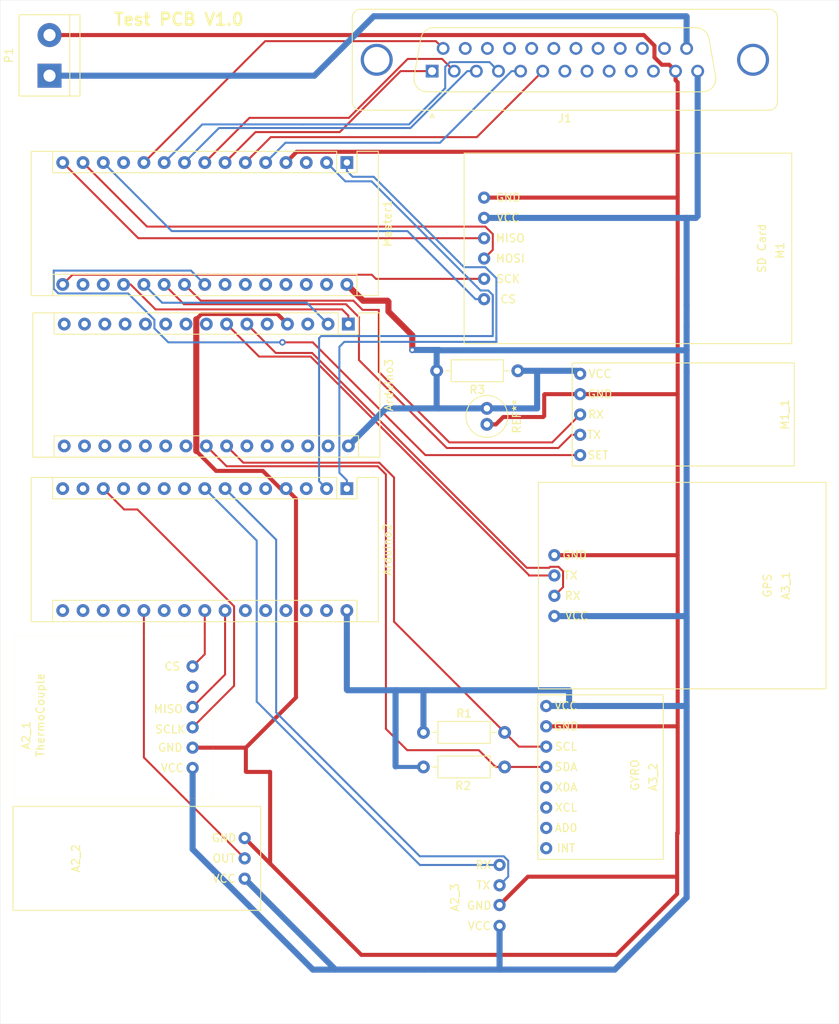
<source format=kicad_pcb>
(kicad_pcb (version 20171130) (host pcbnew "(5.1.0)-1")

  (general
    (thickness 1.6)
    (drawings 5)
    (tracks 305)
    (zones 0)
    (modules 16)
    (nets 97)
  )

  (page A4)
  (layers
    (0 F.Cu signal)
    (31 B.Cu signal)
    (33 F.Adhes user)
    (35 F.Paste user)
    (37 F.SilkS user)
    (39 F.Mask user hide)
    (40 Dwgs.User user)
    (41 Cmts.User user)
    (42 Eco1.User user)
    (43 Eco2.User user)
    (44 Edge.Cuts user)
    (45 Margin user)
    (46 B.CrtYd user)
    (47 F.CrtYd user)
    (49 F.Fab user)
  )

  (setup
    (last_trace_width 0.762)
    (user_trace_width 0.762)
    (trace_clearance 0.2)
    (zone_clearance 0.508)
    (zone_45_only no)
    (trace_min 0.2)
    (via_size 0.8)
    (via_drill 0.4)
    (via_min_size 0.4)
    (via_min_drill 0.3)
    (uvia_size 0.3)
    (uvia_drill 0.1)
    (uvias_allowed no)
    (uvia_min_size 0.3)
    (uvia_min_drill 0.1)
    (edge_width 0.05)
    (segment_width 0.2)
    (pcb_text_width 0.3)
    (pcb_text_size 1.5 1.5)
    (mod_edge_width 0.12)
    (mod_text_size 1 1)
    (mod_text_width 0.15)
    (pad_size 1.6 1.6)
    (pad_drill 1)
    (pad_to_mask_clearance 0.051)
    (solder_mask_min_width 0.25)
    (aux_axis_origin 0 0)
    (visible_elements 7FFDFFFF)
    (pcbplotparams
      (layerselection 0x010a8_ffffffff)
      (usegerberextensions false)
      (usegerberattributes false)
      (usegerberadvancedattributes false)
      (creategerberjobfile false)
      (excludeedgelayer true)
      (linewidth 0.100000)
      (plotframeref false)
      (viasonmask false)
      (mode 1)
      (useauxorigin false)
      (hpglpennumber 1)
      (hpglpenspeed 20)
      (hpglpendiameter 15.000000)
      (psnegative false)
      (psa4output false)
      (plotreference true)
      (plotvalue true)
      (plotinvisibletext false)
      (padsonsilk false)
      (subtractmaskfromsilk false)
      (outputformat 1)
      (mirror false)
      (drillshape 0)
      (scaleselection 1)
      (outputdirectory "To Print/PCB1/"))
  )

  (net 0 "")
  (net 1 /3.3V)
  (net 2 /SCLK)
  (net 3 /MISO)
  (net 4 "Net-(A2_1-Pad5)")
  (net 5 /CS)
  (net 6 /OUT)
  (net 7 /RX)
  (net 8 /TX)
  (net 9 /SDA)
  (net 10 /SCL)
  (net 11 "Net-(A3_2-Pad5)")
  (net 12 "Net-(A3_2-Pad6)")
  (net 13 "Net-(Arduino2-Pad1)")
  (net 14 "Net-(Arduino2-Pad17)")
  (net 15 "Net-(Arduino2-Pad2)")
  (net 16 "Net-(Arduino2-Pad18)")
  (net 17 "Net-(Arduino2-Pad3)")
  (net 18 "Net-(Arduino2-Pad19)")
  (net 19 "Net-(Arduino2-Pad5)")
  (net 20 "Net-(Arduino2-Pad21)")
  (net 21 "Net-(Arduino2-Pad6)")
  (net 22 "Net-(Arduino2-Pad22)")
  (net 23 "Net-(Arduino2-Pad9)")
  (net 24 "Net-(Arduino2-Pad25)")
  (net 25 "Net-(Arduino2-Pad10)")
  (net 26 "Net-(Arduino2-Pad26)")
  (net 27 "Net-(Arduino2-Pad11)")
  (net 28 "Net-(Arduino2-Pad27)")
  (net 29 "Net-(Arduino2-Pad12)")
  (net 30 "Net-(Arduino2-Pad28)")
  (net 31 "Net-(Arduino2-Pad29)")
  (net 32 "Net-(Arduino2-Pad14)")
  (net 33 "Net-(Arduino2-Pad15)")
  (net 34 "Net-(Arduino2-Pad16)")
  (net 35 "Net-(Arduino3-Pad1)")
  (net 36 "Net-(Arduino3-Pad17)")
  (net 37 "Net-(Arduino3-Pad2)")
  (net 38 "Net-(Arduino3-Pad18)")
  (net 39 "Net-(Arduino3-Pad3)")
  (net 40 "Net-(Arduino3-Pad19)")
  (net 41 "Net-(Arduino3-Pad20)")
  (net 42 "Net-(Arduino3-Pad5)")
  (net 43 "Net-(Arduino3-Pad21)")
  (net 44 "Net-(Arduino3-Pad22)")
  (net 45 "Net-(Arduino3-Pad8)")
  (net 46 "Net-(Arduino3-Pad9)")
  (net 47 "Net-(Arduino3-Pad25)")
  (net 48 "Net-(Arduino3-Pad10)")
  (net 49 "Net-(Arduino3-Pad26)")
  (net 50 "Net-(Arduino3-Pad11)")
  (net 51 "Net-(Arduino3-Pad27)")
  (net 52 "Net-(Arduino3-Pad12)")
  (net 53 "Net-(Arduino3-Pad28)")
  (net 54 "Net-(Arduino3-Pad13)")
  (net 55 "Net-(Arduino3-Pad29)")
  (net 56 "Net-(Arduino3-Pad14)")
  (net 57 "Net-(Arduino3-Pad15)")
  (net 58 "Net-(Arduino3-Pad16)")
  (net 59 "Net-(J1-Pad1)")
  (net 60 "Net-(J1-Pad2)")
  (net 61 "Net-(J1-Pad3)")
  (net 62 "Net-(J1-Pad4)")
  (net 63 "Net-(J1-Pad5)")
  (net 64 "Net-(J1-Pad6)")
  (net 65 "Net-(J1-Pad7)")
  (net 66 "Net-(J1-Pad8)")
  (net 67 "Net-(J1-Pad9)")
  (net 68 "Net-(J1-Pad11)")
  (net 69 "Net-(J1-Pad14)")
  (net 70 "Net-(J1-Pad15)")
  (net 71 "Net-(J1-Pad16)")
  (net 72 "Net-(J1-Pad17)")
  (net 73 "Net-(J1-Pad18)")
  (net 74 "Net-(J1-Pad19)")
  (net 75 "Net-(J1-Pad20)")
  (net 76 "Net-(J1-Pad21)")
  (net 77 "Net-(J1-Pad22)")
  (net 78 "Net-(J1-Pad23)")
  (net 79 "Net-(J1-Pad24)")
  (net 80 /MOSI)
  (net 81 /SCK)
  (net 82 "Net-(Master1-Pad29)")
  (net 83 "Net-(Master1-Pad28)")
  (net 84 "Net-(Master1-Pad12)")
  (net 85 "Net-(Master1-Pad27)")
  (net 86 "Net-(Master1-Pad26)")
  (net 87 "Net-(Master1-Pad25)")
  (net 88 "Net-(Master1-Pad24)")
  (net 89 "Net-(Master1-Pad3)")
  (net 90 "Net-(Master1-Pad18)")
  (net 91 "Net-(Master1-Pad17)")
  (net 92 /CS_)
  (net 93 /MISO_)
  (net 94 /TX_3)
  (net 95 /RX_3)
  (net 96 /GND)

  (net_class Default "This is the default net class."
    (clearance 0.2)
    (trace_width 0.25)
    (via_dia 0.8)
    (via_drill 0.4)
    (uvia_dia 0.3)
    (uvia_drill 0.1)
    (add_net /3.3V)
    (add_net /CS)
    (add_net /CS_)
    (add_net /GND)
    (add_net /MISO)
    (add_net /MISO_)
    (add_net /MOSI)
    (add_net /OUT)
    (add_net /RX)
    (add_net /RX_3)
    (add_net /SCK)
    (add_net /SCL)
    (add_net /SCLK)
    (add_net /SDA)
    (add_net /TX)
    (add_net /TX_3)
    (add_net "Net-(A2_1-Pad5)")
    (add_net "Net-(A3_2-Pad5)")
    (add_net "Net-(A3_2-Pad6)")
    (add_net "Net-(Arduino2-Pad1)")
    (add_net "Net-(Arduino2-Pad10)")
    (add_net "Net-(Arduino2-Pad11)")
    (add_net "Net-(Arduino2-Pad12)")
    (add_net "Net-(Arduino2-Pad14)")
    (add_net "Net-(Arduino2-Pad15)")
    (add_net "Net-(Arduino2-Pad16)")
    (add_net "Net-(Arduino2-Pad17)")
    (add_net "Net-(Arduino2-Pad18)")
    (add_net "Net-(Arduino2-Pad19)")
    (add_net "Net-(Arduino2-Pad2)")
    (add_net "Net-(Arduino2-Pad21)")
    (add_net "Net-(Arduino2-Pad22)")
    (add_net "Net-(Arduino2-Pad25)")
    (add_net "Net-(Arduino2-Pad26)")
    (add_net "Net-(Arduino2-Pad27)")
    (add_net "Net-(Arduino2-Pad28)")
    (add_net "Net-(Arduino2-Pad29)")
    (add_net "Net-(Arduino2-Pad3)")
    (add_net "Net-(Arduino2-Pad5)")
    (add_net "Net-(Arduino2-Pad6)")
    (add_net "Net-(Arduino2-Pad9)")
    (add_net "Net-(Arduino3-Pad1)")
    (add_net "Net-(Arduino3-Pad10)")
    (add_net "Net-(Arduino3-Pad11)")
    (add_net "Net-(Arduino3-Pad12)")
    (add_net "Net-(Arduino3-Pad13)")
    (add_net "Net-(Arduino3-Pad14)")
    (add_net "Net-(Arduino3-Pad15)")
    (add_net "Net-(Arduino3-Pad16)")
    (add_net "Net-(Arduino3-Pad17)")
    (add_net "Net-(Arduino3-Pad18)")
    (add_net "Net-(Arduino3-Pad19)")
    (add_net "Net-(Arduino3-Pad2)")
    (add_net "Net-(Arduino3-Pad20)")
    (add_net "Net-(Arduino3-Pad21)")
    (add_net "Net-(Arduino3-Pad22)")
    (add_net "Net-(Arduino3-Pad25)")
    (add_net "Net-(Arduino3-Pad26)")
    (add_net "Net-(Arduino3-Pad27)")
    (add_net "Net-(Arduino3-Pad28)")
    (add_net "Net-(Arduino3-Pad29)")
    (add_net "Net-(Arduino3-Pad3)")
    (add_net "Net-(Arduino3-Pad5)")
    (add_net "Net-(Arduino3-Pad8)")
    (add_net "Net-(Arduino3-Pad9)")
    (add_net "Net-(J1-Pad1)")
    (add_net "Net-(J1-Pad11)")
    (add_net "Net-(J1-Pad14)")
    (add_net "Net-(J1-Pad15)")
    (add_net "Net-(J1-Pad16)")
    (add_net "Net-(J1-Pad17)")
    (add_net "Net-(J1-Pad18)")
    (add_net "Net-(J1-Pad19)")
    (add_net "Net-(J1-Pad2)")
    (add_net "Net-(J1-Pad20)")
    (add_net "Net-(J1-Pad21)")
    (add_net "Net-(J1-Pad22)")
    (add_net "Net-(J1-Pad23)")
    (add_net "Net-(J1-Pad24)")
    (add_net "Net-(J1-Pad3)")
    (add_net "Net-(J1-Pad4)")
    (add_net "Net-(J1-Pad5)")
    (add_net "Net-(J1-Pad6)")
    (add_net "Net-(J1-Pad7)")
    (add_net "Net-(J1-Pad8)")
    (add_net "Net-(J1-Pad9)")
    (add_net "Net-(Master1-Pad12)")
    (add_net "Net-(Master1-Pad17)")
    (add_net "Net-(Master1-Pad18)")
    (add_net "Net-(Master1-Pad24)")
    (add_net "Net-(Master1-Pad25)")
    (add_net "Net-(Master1-Pad26)")
    (add_net "Net-(Master1-Pad27)")
    (add_net "Net-(Master1-Pad28)")
    (add_net "Net-(Master1-Pad29)")
    (add_net "Net-(Master1-Pad3)")
  )

  (module Capacitor_THT:C_Radial_D5.0mm_H11.0mm_P2.00mm (layer F.Cu) (tedit 5CE912A8) (tstamp 5CE95577)
    (at 127.762 71.628 270)
    (descr "C, Radial series, Radial, pin pitch=2.00mm, diameter=5mm, height=11mm, Non-Polar Electrolytic Capacitor")
    (tags "C Radial series Radial pin pitch 2.00mm diameter 5mm height 11mm Non-Polar Electrolytic Capacitor")
    (fp_text reference REF** (at 1 -3.75 270) (layer F.SilkS)
      (effects (font (size 1 1) (thickness 0.15)))
    )
    (fp_text value C_Radial_D5.0mm_H11.0mm_P2.00mm (at 1 3.75 270) (layer F.Fab)
      (effects (font (size 1 1) (thickness 0.15)))
    )
    (fp_text user %R (at 1 0 90) (layer F.Fab)
      (effects (font (size 1 1) (thickness 0.15)))
    )
    (fp_circle (center 1 0) (end 3.75 0) (layer F.CrtYd) (width 0.05))
    (fp_circle (center 1 0) (end 3.62 0) (layer F.SilkS) (width 0.12))
    (fp_circle (center 1 0) (end 3.5 0) (layer F.Fab) (width 0.1))
    (pad 2 thru_hole circle (at 2 0 270) (size 1.6 1.6) (drill 0.8) (layers *.Cu *.Mask)
      (net 96 /GND))
    (pad 1 thru_hole circle (at 0 0 270) (size 1.6 1.6) (drill 0.8) (layers *.Cu *.Mask)
      (net 1 /3.3V))
    (model ${KISYS3DMOD}/Capacitor_THT.3dshapes/C_Radial_D5.0mm_H11.0mm_P2.00mm.wrl
      (at (xyz 0 0 0))
      (scale (xyz 1 1 1))
      (rotate (xyz 0 0 0))
    )
  )

  (module Resistor_THT:R_Axial_DIN0207_L6.3mm_D2.5mm_P10.16mm_Horizontal (layer F.Cu) (tedit 5CE90D24) (tstamp 5CE949AD)
    (at 131.6355 66.929 180)
    (descr "Resistor, Axial_DIN0207 series, Axial, Horizontal, pin pitch=10.16mm, 0.25W = 1/4W, length*diameter=6.3*2.5mm^2, http://cdn-reichelt.de/documents/datenblatt/B400/1_4W%23YAG.pdf")
    (tags "Resistor Axial_DIN0207 series Axial Horizontal pin pitch 10.16mm 0.25W = 1/4W length 6.3mm diameter 2.5mm")
    (path /5CB86E2B)
    (fp_text reference R3 (at 5.08 -2.37 180) (layer F.SilkS)
      (effects (font (size 1 1) (thickness 0.15)))
    )
    (fp_text value "10K Ohms" (at 5.08 2.37 180) (layer F.Fab)
      (effects (font (size 1 1) (thickness 0.15)))
    )
    (fp_text user R3 (at 5.08 0 180) (layer F.Fab)
      (effects (font (size 1 1) (thickness 0.15)))
    )
    (fp_line (start 11.21 -1.5) (end -1.05 -1.5) (layer F.CrtYd) (width 0.05))
    (fp_line (start 11.21 1.5) (end 11.21 -1.5) (layer F.CrtYd) (width 0.05))
    (fp_line (start -1.05 1.5) (end 11.21 1.5) (layer F.CrtYd) (width 0.05))
    (fp_line (start -1.05 -1.5) (end -1.05 1.5) (layer F.CrtYd) (width 0.05))
    (fp_line (start 9.12 0) (end 8.35 0) (layer F.SilkS) (width 0.12))
    (fp_line (start 1.04 0) (end 1.81 0) (layer F.SilkS) (width 0.12))
    (fp_line (start 8.35 -1.37) (end 1.81 -1.37) (layer F.SilkS) (width 0.12))
    (fp_line (start 8.35 1.37) (end 8.35 -1.37) (layer F.SilkS) (width 0.12))
    (fp_line (start 1.81 1.37) (end 8.35 1.37) (layer F.SilkS) (width 0.12))
    (fp_line (start 1.81 -1.37) (end 1.81 1.37) (layer F.SilkS) (width 0.12))
    (fp_line (start 10.16 0) (end 8.23 0) (layer F.Fab) (width 0.1))
    (fp_line (start 0 0) (end 1.93 0) (layer F.Fab) (width 0.1))
    (fp_line (start 8.23 -1.25) (end 1.93 -1.25) (layer F.Fab) (width 0.1))
    (fp_line (start 8.23 1.25) (end 8.23 -1.25) (layer F.Fab) (width 0.1))
    (fp_line (start 1.93 1.25) (end 8.23 1.25) (layer F.Fab) (width 0.1))
    (fp_line (start 1.93 -1.25) (end 1.93 1.25) (layer F.Fab) (width 0.1))
    (pad 2 thru_hole oval (at 10.16 0 180) (size 1.6 1.6) (drill 0.8) (layers *.Cu *.Mask)
      (net 1 /3.3V))
    (pad 1 thru_hole circle (at 0 0 180) (size 1.6 1.6) (drill 0.8) (layers *.Cu *.Mask)
      (net 1 /3.3V))
    (model ${KISYS3DMOD}/Resistor_THT.3dshapes/R_Axial_DIN0207_L6.3mm_D2.5mm_P10.16mm_Horizontal.wrl
      (at (xyz 0 0 0))
      (scale (xyz 1 1 1))
      (rotate (xyz 0 0 0))
    )
  )

  (module Eco-PCB-Sensor-Footprints:SD-CARD (layer F.Cu) (tedit 5CD18852) (tstamp 5CDEEA04)
    (at 145.415 51.6255 270)
    (path /5CAA2655)
    (fp_text reference M1 (at 0.254 -19.05 270) (layer F.SilkS)
      (effects (font (size 1 1) (thickness 0.15)))
    )
    (fp_text value "SD Card" (at 0 -16.764 270) (layer F.SilkS)
      (effects (font (size 1 1) (thickness 0.15)))
    )
    (fp_line (start 11.905 20.5) (end 11.905 -20.5) (layer F.SilkS) (width 0.12))
    (fp_line (start -11.905 20.5) (end -11.905 -20.5) (layer F.SilkS) (width 0.12))
    (fp_line (start 11.905 20.5) (end -11.905 20.5) (layer F.SilkS) (width 0.12))
    (fp_line (start 11.95 -20.5) (end -11.95 -20.5) (layer F.SilkS) (width 0.12))
    (fp_text user GND (at -6.35 14.986) (layer F.SilkS)
      (effects (font (size 1 1) (thickness 0.15)))
    )
    (fp_text user VCC (at -3.81 14.986) (layer F.SilkS)
      (effects (font (size 1 1) (thickness 0.15)))
    )
    (fp_text user MISO (at -1.27 14.732) (layer F.SilkS)
      (effects (font (size 1 1) (thickness 0.15)))
    )
    (fp_text user MOSI (at 1.27 14.732) (layer F.SilkS)
      (effects (font (size 1 1) (thickness 0.15)))
    )
    (fp_text user SCK (at 3.81 14.986) (layer F.SilkS)
      (effects (font (size 1 1) (thickness 0.15)))
    )
    (fp_text user CS (at 6.35 14.986) (layer F.SilkS)
      (effects (font (size 1 1) (thickness 0.15)))
    )
    (pad 1 thru_hole circle (at -6.35 18 270) (size 1.524 1.524) (drill 0.762) (layers *.Cu *.Mask)
      (net 96 /GND))
    (pad 2 thru_hole circle (at -3.81 18 270) (size 1.524 1.524) (drill 0.762) (layers *.Cu *.Mask)
      (net 1 /3.3V))
    (pad 3 thru_hole circle (at -1.27 18 270) (size 1.524 1.524) (drill 0.762) (layers *.Cu *.Mask)
      (net 93 /MISO_))
    (pad 4 thru_hole circle (at 1.27 18) (size 1.524 1.524) (drill 0.762) (layers *.Cu *.Mask)
      (net 80 /MOSI))
    (pad 5 thru_hole circle (at 3.81 18 270) (size 1.524 1.524) (drill 0.762) (layers *.Cu *.Mask)
      (net 81 /SCK))
    (pad 6 thru_hole circle (at 6.35 18 270) (size 1.524 1.524) (drill 0.762) (layers *.Cu *.Mask)
      (net 92 /CS_))
  )

  (module Eco-PCB-Sensor-Footprints:BMS_Serial_Pins (layer F.Cu) (tedit 5CD45978) (tstamp 5CDFF281)
    (at 129.3495 132.5245 90)
    (path /5CE68E32)
    (fp_text reference A2_3 (at -0.254 -5.588 90) (layer F.SilkS)
      (effects (font (size 1 1) (thickness 0.15)))
    )
    (fp_text value "BMS Serial Pins" (at 0 2.032 90) (layer F.Fab)
      (effects (font (size 1 1) (thickness 0.15)))
    )
    (fp_text user RX (at 3.81 -2.032 180) (layer F.SilkS)
      (effects (font (size 1 1) (thickness 0.15)))
    )
    (fp_text user TX (at 1.27 -2.032 180) (layer F.SilkS)
      (effects (font (size 1 1) (thickness 0.15)))
    )
    (fp_text user GND (at -1.27 -2.54 180) (layer F.SilkS)
      (effects (font (size 1 1) (thickness 0.15)))
    )
    (fp_text user VCC (at -3.81 -2.54 180) (layer F.SilkS)
      (effects (font (size 1 1) (thickness 0.15)))
    )
    (pad 4 thru_hole circle (at 3.81 0 90) (size 1.524 1.524) (drill 0.762) (layers *.Cu *.Mask)
      (net 7 /RX))
    (pad 3 thru_hole circle (at 1.27 0 90) (size 1.524 1.524) (drill 0.762) (layers *.Cu *.Mask)
      (net 8 /TX))
    (pad 2 thru_hole circle (at -1.2 0 90) (size 1.524 1.524) (drill 0.762) (layers *.Cu *.Mask)
      (net 96 /GND))
    (pad 1 thru_hole circle (at -3.81 0 90) (size 1.524 1.524) (drill 0.762) (layers *.Cu *.Mask)
      (net 1 /3.3V))
  )

  (module Eco-PCB-Sensor-Footprints:XCSOURCE-Wireless (layer F.Cu) (tedit 5CEFD0CA) (tstamp 5CDEEA16)
    (at 152.3365 72.39 270)
    (path /5CD91A4A)
    (fp_text reference M1_1 (at 0 -12.7 270) (layer F.SilkS)
      (effects (font (size 1 1) (thickness 0.15)))
    )
    (fp_text value "XSOURCE Wireless" (at 0 15.494 270) (layer F.Fab)
      (effects (font (size 1 1) (thickness 0.15)))
    )
    (fp_line (start -6.44 13.9) (end 6.44 13.9) (layer F.SilkS) (width 0.12))
    (fp_line (start -6.44 -13.9) (end 6.44 -13.9) (layer F.SilkS) (width 0.12))
    (fp_line (start -6.44 13.9) (end -6.44 -13.9) (layer F.SilkS) (width 0.12))
    (fp_line (start 6.44 13.9) (end 6.44 -13.9) (layer F.SilkS) (width 0.12))
    (fp_text user VCC (at -5.08 10.414) (layer F.SilkS)
      (effects (font (size 1 1) (thickness 0.15)))
    )
    (fp_text user GND (at -2.54 10.414) (layer F.SilkS)
      (effects (font (size 1 1) (thickness 0.15)))
    )
    (fp_text user RX (at 0 10.922) (layer F.SilkS)
      (effects (font (size 1 1) (thickness 0.15)))
    )
    (fp_text user TX (at 2.54 11.176) (layer F.SilkS)
      (effects (font (size 1 1) (thickness 0.15)))
    )
    (fp_text user SET (at 5.08 10.668) (layer F.SilkS)
      (effects (font (size 1 1) (thickness 0.15)))
    )
    (pad 1 thru_hole circle (at -5.08 12.9 270) (size 1.524 1.524) (drill 0.762) (layers *.Cu *.Mask)
      (net 1 /3.3V))
    (pad 2 thru_hole circle (at -2.54 12.9 270) (size 1.524 1.524) (drill 0.762) (layers *.Cu *.Mask)
      (net 96 /GND))
    (pad 3 thru_hole circle (at 0 12.9 270) (size 1.524 1.524) (drill 0.762) (layers *.Cu *.Mask)
      (net 95 /RX_3))
    (pad 4 thru_hole circle (at 2.54 12.9 270) (size 1.524 1.524) (drill 0.762) (layers *.Cu *.Mask)
      (net 94 /TX_3))
    (pad 5 thru_hole circle (at 5.08 12.9 270) (size 1.524 1.524) (drill 0.762) (layers *.Cu *.Mask))
  )

  (module Resistor_THT:R_Axial_DIN0207_L6.3mm_D2.5mm_P10.16mm_Horizontal (layer F.Cu) (tedit 5AE5139B) (tstamp 5CDEEA6E)
    (at 119.8245 112.141)
    (descr "Resistor, Axial_DIN0207 series, Axial, Horizontal, pin pitch=10.16mm, 0.25W = 1/4W, length*diameter=6.3*2.5mm^2, http://cdn-reichelt.de/documents/datenblatt/B400/1_4W%23YAG.pdf")
    (tags "Resistor Axial_DIN0207 series Axial Horizontal pin pitch 10.16mm 0.25W = 1/4W length 6.3mm diameter 2.5mm")
    (path /5CB86E2B)
    (fp_text reference R1 (at 5.08 -2.37) (layer F.SilkS)
      (effects (font (size 1 1) (thickness 0.15)))
    )
    (fp_text value "10K Ohms" (at 5.08 2.37) (layer F.Fab)
      (effects (font (size 1 1) (thickness 0.15)))
    )
    (fp_line (start 1.93 -1.25) (end 1.93 1.25) (layer F.Fab) (width 0.1))
    (fp_line (start 1.93 1.25) (end 8.23 1.25) (layer F.Fab) (width 0.1))
    (fp_line (start 8.23 1.25) (end 8.23 -1.25) (layer F.Fab) (width 0.1))
    (fp_line (start 8.23 -1.25) (end 1.93 -1.25) (layer F.Fab) (width 0.1))
    (fp_line (start 0 0) (end 1.93 0) (layer F.Fab) (width 0.1))
    (fp_line (start 10.16 0) (end 8.23 0) (layer F.Fab) (width 0.1))
    (fp_line (start 1.81 -1.37) (end 1.81 1.37) (layer F.SilkS) (width 0.12))
    (fp_line (start 1.81 1.37) (end 8.35 1.37) (layer F.SilkS) (width 0.12))
    (fp_line (start 8.35 1.37) (end 8.35 -1.37) (layer F.SilkS) (width 0.12))
    (fp_line (start 8.35 -1.37) (end 1.81 -1.37) (layer F.SilkS) (width 0.12))
    (fp_line (start 1.04 0) (end 1.81 0) (layer F.SilkS) (width 0.12))
    (fp_line (start 9.12 0) (end 8.35 0) (layer F.SilkS) (width 0.12))
    (fp_line (start -1.05 -1.5) (end -1.05 1.5) (layer F.CrtYd) (width 0.05))
    (fp_line (start -1.05 1.5) (end 11.21 1.5) (layer F.CrtYd) (width 0.05))
    (fp_line (start 11.21 1.5) (end 11.21 -1.5) (layer F.CrtYd) (width 0.05))
    (fp_line (start 11.21 -1.5) (end -1.05 -1.5) (layer F.CrtYd) (width 0.05))
    (fp_text user %R (at 5.08 0) (layer F.Fab)
      (effects (font (size 1 1) (thickness 0.15)))
    )
    (pad 1 thru_hole circle (at 0 0) (size 1.6 1.6) (drill 0.8) (layers *.Cu *.Mask)
      (net 1 /3.3V))
    (pad 2 thru_hole oval (at 10.16 0) (size 1.6 1.6) (drill 0.8) (layers *.Cu *.Mask)
      (net 9 /SDA))
    (model ${KISYS3DMOD}/Resistor_THT.3dshapes/R_Axial_DIN0207_L6.3mm_D2.5mm_P10.16mm_Horizontal.wrl
      (at (xyz 0 0 0))
      (scale (xyz 1 1 1))
      (rotate (xyz 0 0 0))
    )
  )

  (module Resistor_THT:R_Axial_DIN0207_L6.3mm_D2.5mm_P10.16mm_Horizontal (layer F.Cu) (tedit 5AE5139B) (tstamp 5CDEEA85)
    (at 119.8245 116.459)
    (descr "Resistor, Axial_DIN0207 series, Axial, Horizontal, pin pitch=10.16mm, 0.25W = 1/4W, length*diameter=6.3*2.5mm^2, http://cdn-reichelt.de/documents/datenblatt/B400/1_4W%23YAG.pdf")
    (tags "Resistor Axial_DIN0207 series Axial Horizontal pin pitch 10.16mm 0.25W = 1/4W length 6.3mm diameter 2.5mm")
    (path /5CD11EFC)
    (fp_text reference R2 (at 4.953 2.3495) (layer F.SilkS)
      (effects (font (size 1 1) (thickness 0.15)))
    )
    (fp_text value "10K Ohms" (at 5.08 2.37) (layer F.Fab)
      (effects (font (size 1 1) (thickness 0.15)))
    )
    (fp_line (start 1.93 -1.25) (end 1.93 1.25) (layer F.Fab) (width 0.1))
    (fp_line (start 1.93 1.25) (end 8.23 1.25) (layer F.Fab) (width 0.1))
    (fp_line (start 8.23 1.25) (end 8.23 -1.25) (layer F.Fab) (width 0.1))
    (fp_line (start 8.23 -1.25) (end 1.93 -1.25) (layer F.Fab) (width 0.1))
    (fp_line (start 0 0) (end 1.93 0) (layer F.Fab) (width 0.1))
    (fp_line (start 10.16 0) (end 8.23 0) (layer F.Fab) (width 0.1))
    (fp_line (start 1.81 -1.37) (end 1.81 1.37) (layer F.SilkS) (width 0.12))
    (fp_line (start 1.81 1.37) (end 8.35 1.37) (layer F.SilkS) (width 0.12))
    (fp_line (start 8.35 1.37) (end 8.35 -1.37) (layer F.SilkS) (width 0.12))
    (fp_line (start 8.35 -1.37) (end 1.81 -1.37) (layer F.SilkS) (width 0.12))
    (fp_line (start 1.04 0) (end 1.81 0) (layer F.SilkS) (width 0.12))
    (fp_line (start 9.12 0) (end 8.35 0) (layer F.SilkS) (width 0.12))
    (fp_line (start -1.05 -1.5) (end -1.05 1.5) (layer F.CrtYd) (width 0.05))
    (fp_line (start -1.05 1.5) (end 11.21 1.5) (layer F.CrtYd) (width 0.05))
    (fp_line (start 11.21 1.5) (end 11.21 -1.5) (layer F.CrtYd) (width 0.05))
    (fp_line (start 11.21 -1.5) (end -1.05 -1.5) (layer F.CrtYd) (width 0.05))
    (fp_text user %R (at 5.08 0) (layer F.Fab)
      (effects (font (size 1 1) (thickness 0.15)))
    )
    (pad 1 thru_hole circle (at 0 0) (size 1.6 1.6) (drill 0.8) (layers *.Cu *.Mask)
      (net 1 /3.3V))
    (pad 2 thru_hole oval (at 10.16 0) (size 1.6 1.6) (drill 0.8) (layers *.Cu *.Mask)
      (net 10 /SCL))
    (model ${KISYS3DMOD}/Resistor_THT.3dshapes/R_Axial_DIN0207_L6.3mm_D2.5mm_P10.16mm_Horizontal.wrl
      (at (xyz 0 0 0))
      (scale (xyz 1 1 1))
      (rotate (xyz 0 0 0))
    )
  )

  (module Eco-PCB-Sensor-Footprints:Current-Sensor (layer F.Cu) (tedit 5CD19194) (tstamp 5CDEE8F3)
    (at 83.947 127.889 90)
    (path /5CA8F0C8)
    (fp_text reference A2_2 (at 0 -7.62 90) (layer F.SilkS)
      (effects (font (size 1 1) (thickness 0.15)))
    )
    (fp_text value "Current Sensor" (at 0 -5.588 90) (layer F.Fab)
      (effects (font (size 1 1) (thickness 0.15)))
    )
    (fp_line (start 6.5 15.5) (end -6.5 15.5) (layer F.SilkS) (width 0.12))
    (fp_line (start 6.5 -15.5) (end -6.5 -15.5) (layer F.SilkS) (width 0.12))
    (fp_line (start -6.5 15.5) (end -6.5 -15.5) (layer F.SilkS) (width 0.12))
    (fp_line (start 6.5 15.5) (end 6.5 -15.5) (layer F.SilkS) (width 0.12))
    (fp_text user VCC (at -2.54 10.922 -180) (layer F.SilkS)
      (effects (font (size 1 1) (thickness 0.15)))
    )
    (fp_text user OUT (at 0 10.922 -180) (layer F.SilkS)
      (effects (font (size 1 1) (thickness 0.15)))
    )
    (fp_text user GND (at 2.54 10.922 -180) (layer F.SilkS)
      (effects (font (size 1 1) (thickness 0.15)))
    )
    (pad 2 thru_hole circle (at 0 13.5 90) (size 1.524 1.524) (drill 0.762) (layers *.Cu *.Mask)
      (net 6 /OUT))
    (pad 1 thru_hole circle (at -2.54 13.5 90) (size 1.524 1.524) (drill 0.762) (layers *.Cu *.Mask)
      (net 1 /3.3V))
    (pad 3 thru_hole circle (at 2.54 13.5 90) (size 1.524 1.524) (drill 0.762) (layers *.Cu *.Mask)
      (net 96 /GND))
  )

  (module Connector_Dsub:DSUB-25_Female_Vertical_P2.77x2.84mm_MountingHoles (layer F.Cu) (tedit 5CEFEB4C) (tstamp 5CDEE9F0)
    (at 120.904 29.464 180)
    (descr "25-pin D-Sub connector, straight/vertical, THT-mount, female, pitch 2.77x2.84mm, distance of mounting holes 47.1mm, see https://disti-assets.s3.amazonaws.com/tonar/files/datasheets/16730.pdf")
    (tags "25-pin D-Sub connector straight vertical THT female pitch 2.77x2.84mm mounting holes distance 47.1mm")
    (path /5CA9A25D)
    (fp_text reference J1 (at -16.62 -5.89 180) (layer F.SilkS)
      (effects (font (size 1 1) (thickness 0.15)))
    )
    (fp_text value DB25_Female (at -16.62 8.73 180) (layer F.Fab)
      (effects (font (size 1 1) (thickness 0.15)))
    )
    (fp_arc (start -42.17 -3.83) (end -43.17 -3.83) (angle 90) (layer F.Fab) (width 0.1))
    (fp_arc (start 8.93 -3.83) (end 8.93 -4.83) (angle 90) (layer F.Fab) (width 0.1))
    (fp_arc (start -42.17 6.67) (end -43.17 6.67) (angle -90) (layer F.Fab) (width 0.1))
    (fp_arc (start 8.93 6.67) (end 9.93 6.67) (angle 90) (layer F.Fab) (width 0.1))
    (fp_arc (start -42.17 -3.83) (end -43.23 -3.83) (angle 90) (layer F.SilkS) (width 0.12))
    (fp_arc (start 8.93 -3.83) (end 8.93 -4.89) (angle 90) (layer F.SilkS) (width 0.12))
    (fp_arc (start -42.17 6.67) (end -43.23 6.67) (angle -90) (layer F.SilkS) (width 0.12))
    (fp_arc (start 8.93 6.67) (end 9.99 6.67) (angle 90) (layer F.SilkS) (width 0.12))
    (fp_arc (start -33.863194 -0.93) (end -33.863194 -2.53) (angle -100) (layer F.Fab) (width 0.1))
    (fp_arc (start 0.623194 -0.93) (end 0.623194 -2.53) (angle 100) (layer F.Fab) (width 0.1))
    (fp_arc (start -33.034457 3.77) (end -33.034457 5.37) (angle 80) (layer F.Fab) (width 0.1))
    (fp_arc (start -0.205543 3.77) (end -0.205543 5.37) (angle -80) (layer F.Fab) (width 0.1))
    (fp_arc (start -33.851689 -0.93) (end -33.851689 -2.59) (angle -100) (layer F.SilkS) (width 0.12))
    (fp_arc (start 0.611689 -0.93) (end 0.611689 -2.59) (angle 100) (layer F.SilkS) (width 0.12))
    (fp_arc (start -33.022952 3.77) (end -33.022952 5.43) (angle 80) (layer F.SilkS) (width 0.12))
    (fp_arc (start -0.217048 3.77) (end -0.217048 5.43) (angle -80) (layer F.SilkS) (width 0.12))
    (fp_line (start -42.17 -4.83) (end 8.93 -4.83) (layer F.Fab) (width 0.1))
    (fp_line (start 9.93 -3.83) (end 9.93 6.67) (layer F.Fab) (width 0.1))
    (fp_line (start 8.93 7.67) (end -42.17 7.67) (layer F.Fab) (width 0.1))
    (fp_line (start -43.17 6.67) (end -43.17 -3.83) (layer F.Fab) (width 0.1))
    (fp_line (start -42.17 -4.89) (end 8.93 -4.89) (layer F.SilkS) (width 0.12))
    (fp_line (start 9.99 -3.83) (end 9.99 6.67) (layer F.SilkS) (width 0.12))
    (fp_line (start 8.93 7.73) (end -42.17 7.73) (layer F.SilkS) (width 0.12))
    (fp_line (start -43.23 6.67) (end -43.23 -3.83) (layer F.SilkS) (width 0.12))
    (fp_line (start -0.25 -5.784338) (end 0.25 -5.784338) (layer F.SilkS) (width 0.12))
    (fp_line (start 0.25 -5.784338) (end 0 -5.351325) (layer F.SilkS) (width 0.12))
    (fp_line (start 0 -5.351325) (end -0.25 -5.784338) (layer F.SilkS) (width 0.12))
    (fp_line (start -33.863194 -2.53) (end 0.623194 -2.53) (layer F.Fab) (width 0.1))
    (fp_line (start -33.034457 5.37) (end -0.205543 5.37) (layer F.Fab) (width 0.1))
    (fp_line (start 2.198887 -0.652163) (end 1.37015 4.047837) (layer F.Fab) (width 0.1))
    (fp_line (start -35.438887 -0.652163) (end -34.61015 4.047837) (layer F.Fab) (width 0.1))
    (fp_line (start -33.851689 -2.59) (end 0.611689 -2.59) (layer F.SilkS) (width 0.12))
    (fp_line (start -33.022952 5.43) (end -0.217048 5.43) (layer F.SilkS) (width 0.12))
    (fp_line (start 2.24647 -0.641744) (end 1.417733 4.058256) (layer F.SilkS) (width 0.12))
    (fp_line (start -35.48647 -0.641744) (end -34.657733 4.058256) (layer F.SilkS) (width 0.12))
    (fp_line (start -43.7 -5.35) (end -43.7 8.2) (layer F.CrtYd) (width 0.05))
    (fp_line (start -43.7 8.2) (end 10.45 8.2) (layer F.CrtYd) (width 0.05))
    (fp_line (start 10.45 8.2) (end 10.45 -5.35) (layer F.CrtYd) (width 0.05))
    (fp_line (start 10.45 -5.35) (end -43.7 -5.35) (layer F.CrtYd) (width 0.05))
    (fp_text user %R (at -16.62 1.42 180) (layer F.Fab)
      (effects (font (size 1 1) (thickness 0.15)))
    )
    (pad 1 thru_hole rect (at 0 0 180) (size 1.6 1.6) (drill 1) (layers *.Cu *.Mask)
      (net 59 "Net-(J1-Pad1)"))
    (pad 2 thru_hole circle (at -2.77 0 180) (size 1.6 1.6) (drill 1) (layers *.Cu *.Mask)
      (net 60 "Net-(J1-Pad2)"))
    (pad 3 thru_hole circle (at -5.54 0 180) (size 1.6 1.6) (drill 1) (layers *.Cu *.Mask)
      (net 61 "Net-(J1-Pad3)"))
    (pad 4 thru_hole circle (at -8.31 0 180) (size 1.6 1.6) (drill 1) (layers *.Cu *.Mask)
      (net 62 "Net-(J1-Pad4)"))
    (pad 5 thru_hole circle (at -11.08 0 180) (size 1.6 1.6) (drill 1) (layers *.Cu *.Mask)
      (net 63 "Net-(J1-Pad5)"))
    (pad 6 thru_hole circle (at -13.85 0 180) (size 1.6 1.6) (drill 1) (layers *.Cu *.Mask)
      (net 64 "Net-(J1-Pad6)"))
    (pad 7 thru_hole circle (at -16.62 0 180) (size 1.6 1.6) (drill 1) (layers *.Cu *.Mask)
      (net 65 "Net-(J1-Pad7)"))
    (pad 8 thru_hole circle (at -19.39 0 180) (size 1.6 1.6) (drill 1) (layers *.Cu *.Mask)
      (net 66 "Net-(J1-Pad8)"))
    (pad 9 thru_hole circle (at -22.16 0 180) (size 1.6 1.6) (drill 1) (layers *.Cu *.Mask)
      (net 67 "Net-(J1-Pad9)"))
    (pad 10 thru_hole circle (at -24.93 0 180) (size 1.6 1.6) (drill 1) (layers *.Cu *.Mask)
      (net 1 /3.3V))
    (pad 11 thru_hole circle (at -27.7 0 180) (size 1.6 1.6) (drill 1) (layers *.Cu *.Mask)
      (net 68 "Net-(J1-Pad11)"))
    (pad 12 thru_hole circle (at -30.47 0 180) (size 1.6 1.6) (drill 1) (layers *.Cu *.Mask)
      (net 96 /GND))
    (pad 13 thru_hole circle (at -33.24 0 180) (size 1.6 1.6) (drill 1) (layers *.Cu *.Mask)
      (net 1 /3.3V))
    (pad 14 thru_hole circle (at -1.385 2.84 180) (size 1.6 1.6) (drill 1) (layers *.Cu *.Mask)
      (net 69 "Net-(J1-Pad14)"))
    (pad 15 thru_hole circle (at -4.155 2.84 180) (size 1.6 1.6) (drill 1) (layers *.Cu *.Mask)
      (net 70 "Net-(J1-Pad15)"))
    (pad 16 thru_hole circle (at -6.925 2.84 180) (size 1.6 1.6) (drill 1) (layers *.Cu *.Mask)
      (net 71 "Net-(J1-Pad16)"))
    (pad 17 thru_hole circle (at -9.695 2.84 180) (size 1.6 1.6) (drill 1) (layers *.Cu *.Mask)
      (net 72 "Net-(J1-Pad17)"))
    (pad 18 thru_hole circle (at -12.465 2.84 180) (size 1.6 1.6) (drill 1) (layers *.Cu *.Mask)
      (net 73 "Net-(J1-Pad18)"))
    (pad 19 thru_hole circle (at -15.235 2.84 180) (size 1.6 1.6) (drill 1) (layers *.Cu *.Mask)
      (net 74 "Net-(J1-Pad19)"))
    (pad 20 thru_hole circle (at -18.005 2.84 180) (size 1.6 1.6) (drill 1) (layers *.Cu *.Mask)
      (net 75 "Net-(J1-Pad20)"))
    (pad 21 thru_hole circle (at -20.775 2.84 180) (size 1.6 1.6) (drill 1) (layers *.Cu *.Mask)
      (net 76 "Net-(J1-Pad21)"))
    (pad 22 thru_hole circle (at -23.545 2.84 180) (size 1.6 1.6) (drill 1) (layers *.Cu *.Mask)
      (net 77 "Net-(J1-Pad22)"))
    (pad 23 thru_hole circle (at -26.315 2.84 180) (size 1.6 1.6) (drill 1) (layers *.Cu *.Mask)
      (net 78 "Net-(J1-Pad23)"))
    (pad 24 thru_hole circle (at -29.085 2.84 180) (size 1.6 1.6) (drill 1) (layers *.Cu *.Mask)
      (net 79 "Net-(J1-Pad24)"))
    (pad 25 thru_hole circle (at -31.855 2.84 180) (size 1.6 1.6) (drill 1) (layers *.Cu *.Mask)
      (net 1 /3.3V))
    (pad 0 thru_hole circle (at -40.17 1.42 180) (size 4 4) (drill 3.2) (layers *.Cu *.Mask))
    (pad 0 thru_hole circle (at 6.93 1.42 180) (size 4 4) (drill 3.2) (layers *.Cu *.Mask))
    (model ${KISYS3DMOD}/Connector_Dsub.3dshapes/DSUB-25_Female_Vertical_P2.77x2.84mm_MountingHoles.wrl
      (at (xyz 0 0 0))
      (scale (xyz 1 1 1))
      (rotate (xyz 0 0 0))
    )
  )

  (module Module:Arduino_Nano_WithMountingHoles (layer F.Cu) (tedit 58ACAF99) (tstamp 5CDEE9A9)
    (at 110.4265 61.087 270)
    (descr "Arduino Nano, http://www.mouser.com/pdfdocs/Gravitech_Arduino_Nano3_0.pdf")
    (tags "Arduino Nano")
    (path /5CA8C623)
    (fp_text reference Arduino3 (at 7.62 -5.08 270) (layer F.SilkS)
      (effects (font (size 1 1) (thickness 0.15)))
    )
    (fp_text value Arduino_Nano (at 8.89 15.24) (layer F.Fab)
      (effects (font (size 1 1) (thickness 0.15)))
    )
    (fp_text user %R (at 6.35 16.51) (layer F.Fab)
      (effects (font (size 1 1) (thickness 0.15)))
    )
    (fp_line (start 1.27 1.27) (end 1.27 -1.27) (layer F.SilkS) (width 0.12))
    (fp_line (start 1.27 -1.27) (end -1.4 -1.27) (layer F.SilkS) (width 0.12))
    (fp_line (start -1.4 1.27) (end -1.4 39.5) (layer F.SilkS) (width 0.12))
    (fp_line (start -1.4 -3.94) (end -1.4 -1.27) (layer F.SilkS) (width 0.12))
    (fp_line (start 13.97 -1.27) (end 16.64 -1.27) (layer F.SilkS) (width 0.12))
    (fp_line (start 13.97 -1.27) (end 13.97 36.83) (layer F.SilkS) (width 0.12))
    (fp_line (start 13.97 36.83) (end 16.64 36.83) (layer F.SilkS) (width 0.12))
    (fp_line (start 1.27 1.27) (end -1.4 1.27) (layer F.SilkS) (width 0.12))
    (fp_line (start 1.27 1.27) (end 1.27 36.83) (layer F.SilkS) (width 0.12))
    (fp_line (start 1.27 36.83) (end -1.4 36.83) (layer F.SilkS) (width 0.12))
    (fp_line (start 3.81 31.75) (end 11.43 31.75) (layer F.Fab) (width 0.1))
    (fp_line (start 11.43 31.75) (end 11.43 41.91) (layer F.Fab) (width 0.1))
    (fp_line (start 11.43 41.91) (end 3.81 41.91) (layer F.Fab) (width 0.1))
    (fp_line (start 3.81 41.91) (end 3.81 31.75) (layer F.Fab) (width 0.1))
    (fp_line (start -1.4 39.5) (end 16.64 39.5) (layer F.SilkS) (width 0.12))
    (fp_line (start 16.64 39.5) (end 16.64 -3.94) (layer F.SilkS) (width 0.12))
    (fp_line (start 16.64 -3.94) (end -1.4 -3.94) (layer F.SilkS) (width 0.12))
    (fp_line (start 16.51 39.37) (end -1.27 39.37) (layer F.Fab) (width 0.1))
    (fp_line (start -1.27 39.37) (end -1.27 -2.54) (layer F.Fab) (width 0.1))
    (fp_line (start -1.27 -2.54) (end 0 -3.81) (layer F.Fab) (width 0.1))
    (fp_line (start 0 -3.81) (end 16.51 -3.81) (layer F.Fab) (width 0.1))
    (fp_line (start 16.51 -3.81) (end 16.51 39.37) (layer F.Fab) (width 0.1))
    (fp_line (start -1.53 -4.06) (end 16.75 -4.06) (layer F.CrtYd) (width 0.05))
    (fp_line (start -1.53 -4.06) (end -1.53 42.16) (layer F.CrtYd) (width 0.05))
    (fp_line (start 16.75 42.16) (end 16.75 -4.06) (layer F.CrtYd) (width 0.05))
    (fp_line (start 16.75 42.16) (end -1.53 42.16) (layer F.CrtYd) (width 0.05))
    (pad 1 thru_hole rect (at 0 0 270) (size 1.6 1.6) (drill 0.8) (layers *.Cu *.Mask)
      (net 35 "Net-(Arduino3-Pad1)"))
    (pad 17 thru_hole oval (at 15.24 33.02 270) (size 1.6 1.6) (drill 0.8) (layers *.Cu *.Mask)
      (net 36 "Net-(Arduino3-Pad17)"))
    (pad 2 thru_hole oval (at 0 2.54 270) (size 1.6 1.6) (drill 0.8) (layers *.Cu *.Mask)
      (net 37 "Net-(Arduino3-Pad2)"))
    (pad 18 thru_hole oval (at 15.24 30.48 270) (size 1.6 1.6) (drill 0.8) (layers *.Cu *.Mask)
      (net 38 "Net-(Arduino3-Pad18)"))
    (pad 3 thru_hole oval (at 0 5.08 270) (size 1.6 1.6) (drill 0.8) (layers *.Cu *.Mask)
      (net 39 "Net-(Arduino3-Pad3)"))
    (pad 19 thru_hole oval (at 15.24 27.94 270) (size 1.6 1.6) (drill 0.8) (layers *.Cu *.Mask)
      (net 40 "Net-(Arduino3-Pad19)"))
    (pad 4 thru_hole oval (at 0 7.62 270) (size 1.6 1.6) (drill 0.8) (layers *.Cu *.Mask)
      (net 96 /GND))
    (pad 20 thru_hole oval (at 15.24 25.4 270) (size 1.6 1.6) (drill 0.8) (layers *.Cu *.Mask)
      (net 41 "Net-(Arduino3-Pad20)"))
    (pad 5 thru_hole oval (at 0 10.16 270) (size 1.6 1.6) (drill 0.8) (layers *.Cu *.Mask)
      (net 42 "Net-(Arduino3-Pad5)"))
    (pad 21 thru_hole oval (at 15.24 22.86 270) (size 1.6 1.6) (drill 0.8) (layers *.Cu *.Mask)
      (net 43 "Net-(Arduino3-Pad21)"))
    (pad 6 thru_hole oval (at 0 12.7 270) (size 1.6 1.6) (drill 0.8) (layers *.Cu *.Mask)
      (net 95 /RX_3))
    (pad 22 thru_hole oval (at 15.24 20.32 270) (size 1.6 1.6) (drill 0.8) (layers *.Cu *.Mask)
      (net 44 "Net-(Arduino3-Pad22)"))
    (pad 7 thru_hole oval (at 0 15.24 270) (size 1.6 1.6) (drill 0.8) (layers *.Cu *.Mask)
      (net 94 /TX_3))
    (pad 23 thru_hole oval (at 15.24 17.78 270) (size 1.6 1.6) (drill 0.8) (layers *.Cu *.Mask)
      (net 10 /SCL))
    (pad 8 thru_hole oval (at 0 17.78 270) (size 1.6 1.6) (drill 0.8) (layers *.Cu *.Mask)
      (net 45 "Net-(Arduino3-Pad8)"))
    (pad 24 thru_hole oval (at 15.24 15.24 270) (size 1.6 1.6) (drill 0.8) (layers *.Cu *.Mask)
      (net 9 /SDA))
    (pad 9 thru_hole oval (at 0 20.32 270) (size 1.6 1.6) (drill 0.8) (layers *.Cu *.Mask)
      (net 46 "Net-(Arduino3-Pad9)"))
    (pad 25 thru_hole oval (at 15.24 12.7 270) (size 1.6 1.6) (drill 0.8) (layers *.Cu *.Mask)
      (net 47 "Net-(Arduino3-Pad25)"))
    (pad 10 thru_hole oval (at 0 22.86 270) (size 1.6 1.6) (drill 0.8) (layers *.Cu *.Mask)
      (net 48 "Net-(Arduino3-Pad10)"))
    (pad 26 thru_hole oval (at 15.24 10.16 270) (size 1.6 1.6) (drill 0.8) (layers *.Cu *.Mask)
      (net 49 "Net-(Arduino3-Pad26)"))
    (pad 11 thru_hole oval (at 0 25.4 270) (size 1.6 1.6) (drill 0.8) (layers *.Cu *.Mask)
      (net 50 "Net-(Arduino3-Pad11)"))
    (pad 27 thru_hole oval (at 15.24 7.62 270) (size 1.6 1.6) (drill 0.8) (layers *.Cu *.Mask)
      (net 51 "Net-(Arduino3-Pad27)"))
    (pad 12 thru_hole oval (at 0 27.94 270) (size 1.6 1.6) (drill 0.8) (layers *.Cu *.Mask)
      (net 52 "Net-(Arduino3-Pad12)"))
    (pad 28 thru_hole oval (at 15.24 5.08 270) (size 1.6 1.6) (drill 0.8) (layers *.Cu *.Mask)
      (net 53 "Net-(Arduino3-Pad28)"))
    (pad 13 thru_hole oval (at 0 30.48 270) (size 1.6 1.6) (drill 0.8) (layers *.Cu *.Mask)
      (net 54 "Net-(Arduino3-Pad13)"))
    (pad 29 thru_hole oval (at 15.24 2.54 270) (size 1.6 1.6) (drill 0.8) (layers *.Cu *.Mask)
      (net 55 "Net-(Arduino3-Pad29)"))
    (pad 14 thru_hole oval (at 0 33.02 270) (size 1.6 1.6) (drill 0.8) (layers *.Cu *.Mask)
      (net 56 "Net-(Arduino3-Pad14)"))
    (pad 30 thru_hole oval (at 15.24 0 270) (size 1.6 1.6) (drill 0.8) (layers *.Cu *.Mask)
      (net 1 /3.3V))
    (pad 15 thru_hole oval (at 0 35.56 270) (size 1.6 1.6) (drill 0.8) (layers *.Cu *.Mask)
      (net 57 "Net-(Arduino3-Pad15)"))
    (pad 16 thru_hole oval (at 15.24 35.56 270) (size 1.6 1.6) (drill 0.8) (layers *.Cu *.Mask)
      (net 58 "Net-(Arduino3-Pad16)"))
    (pad "" np_thru_hole circle (at 0 -2.54 270) (size 1.78 1.78) (drill 1.78) (layers *.Cu *.Mask))
    (pad "" np_thru_hole circle (at 15.24 -2.54 270) (size 1.78 1.78) (drill 1.78) (layers *.Cu *.Mask))
    (pad "" np_thru_hole circle (at 15.24 38.1 270) (size 1.78 1.78) (drill 1.78) (layers *.Cu *.Mask))
    (pad "" np_thru_hole circle (at 0 38.1 270) (size 1.78 1.78) (drill 1.78) (layers *.Cu *.Mask))
    (model ${KISYS3DMOD}/Module.3dshapes/Arduino_Nano_WithMountingHoles.wrl
      (at (xyz 0 0 0))
      (scale (xyz 1 1 1))
      (rotate (xyz 0 0 0))
    )
  )

  (module Eco-PCB-Sensor-Footprints:PMOD_TC1_Thermocouple (layer F.Cu) (tedit 5CD007BB) (tstamp 5CDEE8E5)
    (at 87.122 112.776 90)
    (path /5CAA7969)
    (fp_text reference A2_1 (at 0.254 -17.018 90) (layer F.SilkS)
      (effects (font (size 1 1) (thickness 0.15)))
    )
    (fp_text value ThermoCouple (at 2.794 -15.24 90) (layer F.SilkS)
      (effects (font (size 1 1) (thickness 0.15)))
    )
    (fp_line (start 12.7 6.35) (end 12.7 -18.6436) (layer F.SilkS) (width 0.01))
    (fp_line (start -7.62 6.35) (end -7.62 -18.6436) (layer F.SilkS) (width 0.01))
    (fp_line (start -7.62 6.35) (end 12.7 6.35) (layer F.SilkS) (width 0.01))
    (fp_line (start -7.62 -18.6436) (end 12.7 -18.6436) (layer F.SilkS) (width 0.01))
    (fp_text user VCC (at -3.81 1.27 180) (layer F.SilkS)
      (effects (font (size 1 1) (thickness 0.15)))
    )
    (fp_text user GND (at -1.27 1.016 180) (layer F.SilkS)
      (effects (font (size 1 1) (thickness 0.15)))
    )
    (fp_text user SCLK (at 1.016 1.016 180) (layer F.SilkS)
      (effects (font (size 1 1) (thickness 0.15)))
    )
    (fp_text user MISO (at 3.556 0.762 180) (layer F.SilkS)
      (effects (font (size 1 1) (thickness 0.15)))
    )
    (fp_text user CS (at 8.89 1.27 180) (layer F.SilkS)
      (effects (font (size 1 1) (thickness 0.15)))
    )
    (pad 1 thru_hole circle (at -3.81 3.81 90) (size 1.524 1.524) (drill 0.762) (layers *.Cu *.Mask)
      (net 1 /3.3V))
    (pad 2 thru_hole circle (at -1.27 3.81 90) (size 1.524 1.524) (drill 0.762) (layers *.Cu *.Mask)
      (net 96 /GND))
    (pad 3 thru_hole circle (at 1.27 3.81 90) (size 1.524 1.524) (drill 0.762) (layers *.Cu *.Mask)
      (net 2 /SCLK))
    (pad 4 thru_hole circle (at 3.81 3.81 90) (size 1.524 1.524) (drill 0.762) (layers *.Cu *.Mask)
      (net 3 /MISO))
    (pad 5 thru_hole circle (at 6.35 3.81 90) (size 1.524 1.524) (drill 0.762) (layers *.Cu *.Mask)
      (net 4 "Net-(A2_1-Pad5)"))
    (pad 6 thru_hole circle (at 8.89 3.81 90) (size 1.524 1.524) (drill 0.762) (layers *.Cu *.Mask)
      (net 5 /CS))
  )

  (module Module:Arduino_Nano_WithMountingHoles (layer F.Cu) (tedit 58ACAF99) (tstamp 5CDEE968)
    (at 110.236 81.661 270)
    (descr "Arduino Nano, http://www.mouser.com/pdfdocs/Gravitech_Arduino_Nano3_0.pdf")
    (tags "Arduino Nano")
    (path /5CA88116)
    (fp_text reference Arduino2 (at 7.62 -5.08 270) (layer F.SilkS)
      (effects (font (size 1 1) (thickness 0.15)))
    )
    (fp_text value Arduino_Nano (at 8.89 15.24) (layer F.Fab)
      (effects (font (size 1 1) (thickness 0.15)))
    )
    (fp_text user %R (at 6.35 16.51) (layer F.Fab)
      (effects (font (size 1 1) (thickness 0.15)))
    )
    (fp_line (start 1.27 1.27) (end 1.27 -1.27) (layer F.SilkS) (width 0.12))
    (fp_line (start 1.27 -1.27) (end -1.4 -1.27) (layer F.SilkS) (width 0.12))
    (fp_line (start -1.4 1.27) (end -1.4 39.5) (layer F.SilkS) (width 0.12))
    (fp_line (start -1.4 -3.94) (end -1.4 -1.27) (layer F.SilkS) (width 0.12))
    (fp_line (start 13.97 -1.27) (end 16.64 -1.27) (layer F.SilkS) (width 0.12))
    (fp_line (start 13.97 -1.27) (end 13.97 36.83) (layer F.SilkS) (width 0.12))
    (fp_line (start 13.97 36.83) (end 16.64 36.83) (layer F.SilkS) (width 0.12))
    (fp_line (start 1.27 1.27) (end -1.4 1.27) (layer F.SilkS) (width 0.12))
    (fp_line (start 1.27 1.27) (end 1.27 36.83) (layer F.SilkS) (width 0.12))
    (fp_line (start 1.27 36.83) (end -1.4 36.83) (layer F.SilkS) (width 0.12))
    (fp_line (start 3.81 31.75) (end 11.43 31.75) (layer F.Fab) (width 0.1))
    (fp_line (start 11.43 31.75) (end 11.43 41.91) (layer F.Fab) (width 0.1))
    (fp_line (start 11.43 41.91) (end 3.81 41.91) (layer F.Fab) (width 0.1))
    (fp_line (start 3.81 41.91) (end 3.81 31.75) (layer F.Fab) (width 0.1))
    (fp_line (start -1.4 39.5) (end 16.64 39.5) (layer F.SilkS) (width 0.12))
    (fp_line (start 16.64 39.5) (end 16.64 -3.94) (layer F.SilkS) (width 0.12))
    (fp_line (start 16.64 -3.94) (end -1.4 -3.94) (layer F.SilkS) (width 0.12))
    (fp_line (start 16.51 39.37) (end -1.27 39.37) (layer F.Fab) (width 0.1))
    (fp_line (start -1.27 39.37) (end -1.27 -2.54) (layer F.Fab) (width 0.1))
    (fp_line (start -1.27 -2.54) (end 0 -3.81) (layer F.Fab) (width 0.1))
    (fp_line (start 0 -3.81) (end 16.51 -3.81) (layer F.Fab) (width 0.1))
    (fp_line (start 16.51 -3.81) (end 16.51 39.37) (layer F.Fab) (width 0.1))
    (fp_line (start -1.53 -4.06) (end 16.75 -4.06) (layer F.CrtYd) (width 0.05))
    (fp_line (start -1.53 -4.06) (end -1.53 42.16) (layer F.CrtYd) (width 0.05))
    (fp_line (start 16.75 42.16) (end 16.75 -4.06) (layer F.CrtYd) (width 0.05))
    (fp_line (start 16.75 42.16) (end -1.53 42.16) (layer F.CrtYd) (width 0.05))
    (pad 1 thru_hole rect (at 0 0 270) (size 1.6 1.6) (drill 0.8) (layers *.Cu *.Mask)
      (net 13 "Net-(Arduino2-Pad1)"))
    (pad 17 thru_hole oval (at 15.24 33.02 270) (size 1.6 1.6) (drill 0.8) (layers *.Cu *.Mask)
      (net 14 "Net-(Arduino2-Pad17)"))
    (pad 2 thru_hole oval (at 0 2.54 270) (size 1.6 1.6) (drill 0.8) (layers *.Cu *.Mask)
      (net 15 "Net-(Arduino2-Pad2)"))
    (pad 18 thru_hole oval (at 15.24 30.48 270) (size 1.6 1.6) (drill 0.8) (layers *.Cu *.Mask)
      (net 16 "Net-(Arduino2-Pad18)"))
    (pad 3 thru_hole oval (at 0 5.08 270) (size 1.6 1.6) (drill 0.8) (layers *.Cu *.Mask)
      (net 17 "Net-(Arduino2-Pad3)"))
    (pad 19 thru_hole oval (at 15.24 27.94 270) (size 1.6 1.6) (drill 0.8) (layers *.Cu *.Mask)
      (net 18 "Net-(Arduino2-Pad19)"))
    (pad 4 thru_hole oval (at 0 7.62 270) (size 1.6 1.6) (drill 0.8) (layers *.Cu *.Mask)
      (net 96 /GND))
    (pad 20 thru_hole oval (at 15.24 25.4 270) (size 1.6 1.6) (drill 0.8) (layers *.Cu *.Mask)
      (net 6 /OUT))
    (pad 5 thru_hole oval (at 0 10.16 270) (size 1.6 1.6) (drill 0.8) (layers *.Cu *.Mask)
      (net 19 "Net-(Arduino2-Pad5)"))
    (pad 21 thru_hole oval (at 15.24 22.86 270) (size 1.6 1.6) (drill 0.8) (layers *.Cu *.Mask)
      (net 20 "Net-(Arduino2-Pad21)"))
    (pad 6 thru_hole oval (at 0 12.7 270) (size 1.6 1.6) (drill 0.8) (layers *.Cu *.Mask)
      (net 21 "Net-(Arduino2-Pad6)"))
    (pad 22 thru_hole oval (at 15.24 20.32 270) (size 1.6 1.6) (drill 0.8) (layers *.Cu *.Mask)
      (net 22 "Net-(Arduino2-Pad22)"))
    (pad 7 thru_hole oval (at 0 15.24 270) (size 1.6 1.6) (drill 0.8) (layers *.Cu *.Mask)
      (net 8 /TX))
    (pad 23 thru_hole oval (at 15.24 17.78 270) (size 1.6 1.6) (drill 0.8) (layers *.Cu *.Mask)
      (net 5 /CS))
    (pad 8 thru_hole oval (at 0 17.78 270) (size 1.6 1.6) (drill 0.8) (layers *.Cu *.Mask)
      (net 7 /RX))
    (pad 24 thru_hole oval (at 15.24 15.24 270) (size 1.6 1.6) (drill 0.8) (layers *.Cu *.Mask)
      (net 3 /MISO))
    (pad 9 thru_hole oval (at 0 20.32 270) (size 1.6 1.6) (drill 0.8) (layers *.Cu *.Mask)
      (net 23 "Net-(Arduino2-Pad9)"))
    (pad 25 thru_hole oval (at 15.24 12.7 270) (size 1.6 1.6) (drill 0.8) (layers *.Cu *.Mask)
      (net 24 "Net-(Arduino2-Pad25)"))
    (pad 10 thru_hole oval (at 0 22.86 270) (size 1.6 1.6) (drill 0.8) (layers *.Cu *.Mask)
      (net 25 "Net-(Arduino2-Pad10)"))
    (pad 26 thru_hole oval (at 15.24 10.16 270) (size 1.6 1.6) (drill 0.8) (layers *.Cu *.Mask)
      (net 26 "Net-(Arduino2-Pad26)"))
    (pad 11 thru_hole oval (at 0 25.4 270) (size 1.6 1.6) (drill 0.8) (layers *.Cu *.Mask)
      (net 27 "Net-(Arduino2-Pad11)"))
    (pad 27 thru_hole oval (at 15.24 7.62 270) (size 1.6 1.6) (drill 0.8) (layers *.Cu *.Mask)
      (net 28 "Net-(Arduino2-Pad27)"))
    (pad 12 thru_hole oval (at 0 27.94 270) (size 1.6 1.6) (drill 0.8) (layers *.Cu *.Mask)
      (net 29 "Net-(Arduino2-Pad12)"))
    (pad 28 thru_hole oval (at 15.24 5.08 270) (size 1.6 1.6) (drill 0.8) (layers *.Cu *.Mask)
      (net 30 "Net-(Arduino2-Pad28)"))
    (pad 13 thru_hole oval (at 0 30.48 270) (size 1.6 1.6) (drill 0.8) (layers *.Cu *.Mask)
      (net 2 /SCLK))
    (pad 29 thru_hole oval (at 15.24 2.54 270) (size 1.6 1.6) (drill 0.8) (layers *.Cu *.Mask)
      (net 31 "Net-(Arduino2-Pad29)"))
    (pad 14 thru_hole oval (at 0 33.02 270) (size 1.6 1.6) (drill 0.8) (layers *.Cu *.Mask)
      (net 32 "Net-(Arduino2-Pad14)"))
    (pad 30 thru_hole oval (at 15.24 0 270) (size 1.6 1.6) (drill 0.8) (layers *.Cu *.Mask)
      (net 1 /3.3V))
    (pad 15 thru_hole oval (at 0 35.56 270) (size 1.6 1.6) (drill 0.8) (layers *.Cu *.Mask)
      (net 33 "Net-(Arduino2-Pad15)"))
    (pad 16 thru_hole oval (at 15.24 35.56 270) (size 1.6 1.6) (drill 0.8) (layers *.Cu *.Mask)
      (net 34 "Net-(Arduino2-Pad16)"))
    (pad "" np_thru_hole circle (at 0 -2.54 270) (size 1.78 1.78) (drill 1.78) (layers *.Cu *.Mask))
    (pad "" np_thru_hole circle (at 15.24 -2.54 270) (size 1.78 1.78) (drill 1.78) (layers *.Cu *.Mask))
    (pad "" np_thru_hole circle (at 15.24 38.1 270) (size 1.78 1.78) (drill 1.78) (layers *.Cu *.Mask))
    (pad "" np_thru_hole circle (at 0 38.1 270) (size 1.78 1.78) (drill 1.78) (layers *.Cu *.Mask))
    (model ${KISYS3DMOD}/Module.3dshapes/Arduino_Nano_WithMountingHoles.wrl
      (at (xyz 0 0 0))
      (scale (xyz 1 1 1))
      (rotate (xyz 0 0 0))
    )
  )

  (module Eco-PCB-Sensor-Footprints:GPS (layer F.Cu) (tedit 5CD18D1C) (tstamp 5CDEE90F)
    (at 152.2095 93.7895 270)
    (path /5CB6516B)
    (fp_text reference A3_1 (at 0 -12.954 270) (layer F.SilkS)
      (effects (font (size 1 1) (thickness 0.15)))
    )
    (fp_text value GPS (at 0 -10.668 270) (layer F.SilkS)
      (effects (font (size 1 1) (thickness 0.15)))
    )
    (fp_line (start -12.91 18) (end 12.91 18) (layer F.SilkS) (width 0.12))
    (fp_line (start -12.91 -18) (end 12.91 -18) (layer F.SilkS) (width 0.12))
    (fp_line (start -12.91 -18) (end -12.91 18) (layer F.SilkS) (width 0.12))
    (fp_line (start 12.91 18) (end 12.91 -18) (layer F.SilkS) (width 0.12))
    (fp_text user VCC (at 3.81 13.208) (layer F.SilkS)
      (effects (font (size 1 1) (thickness 0.15)))
    )
    (fp_text user RX (at 1.27 13.716) (layer F.SilkS)
      (effects (font (size 1 1) (thickness 0.15)))
    )
    (fp_text user TX (at -1.27 13.97) (layer F.SilkS)
      (effects (font (size 1 1) (thickness 0.15)))
    )
    (fp_text user GND (at -3.81 13.462) (layer F.SilkS)
      (effects (font (size 1 1) (thickness 0.15)))
    )
    (pad 1 thru_hole circle (at -3.81 16 270) (size 1.524 1.524) (drill 0.762) (layers *.Cu *.Mask)
      (net 96 /GND))
    (pad 2 thru_hole circle (at -1.27 16 270) (size 1.524 1.524) (drill 0.762) (layers *.Cu *.Mask)
      (net 94 /TX_3))
    (pad 3 thru_hole circle (at 1.27 16 270) (size 1.524 1.524) (drill 0.762) (layers *.Cu *.Mask)
      (net 95 /RX_3))
    (pad 4 thru_hole circle (at 3.81 16 270) (size 1.524 1.524) (drill 0.762) (layers *.Cu *.Mask)
      (net 1 /3.3V))
  )

  (module Eco-PCB-Sensor-Footprints:Gyro-MPU-6050 (layer F.Cu) (tedit 5CD160B8) (tstamp 5CDEE927)
    (at 141.986 117.729 270)
    (path /5CB6E4A8)
    (fp_text reference A3_2 (at 0 -6.604 270) (layer F.SilkS)
      (effects (font (size 1 1) (thickness 0.15)))
    )
    (fp_text value GYRO (at -0.254 -4.318 270) (layer F.SilkS)
      (effects (font (size 1 1) (thickness 0.15)))
    )
    (fp_line (start 10.29 7.85) (end 10.29 -7.85) (layer F.SilkS) (width 0.12))
    (fp_line (start -10.29 7.85) (end -10.29 -7.85) (layer F.SilkS) (width 0.12))
    (fp_line (start -10.29 -7.85) (end 10.29 -7.85) (layer F.SilkS) (width 0.12))
    (fp_line (start -10.29 7.85) (end 10.29 7.85) (layer F.SilkS) (width 0.12))
    (fp_text user INT (at 8.89 4.318) (layer F.SilkS)
      (effects (font (size 1 1) (thickness 0.15)))
    )
    (fp_text user AD0 (at 6.35 4.318) (layer F.SilkS)
      (effects (font (size 1 1) (thickness 0.15)))
    )
    (fp_text user XCL (at 3.81 4.318) (layer F.SilkS)
      (effects (font (size 1 1) (thickness 0.15)))
    )
    (fp_text user XDA (at 1.27 4.318) (layer F.SilkS)
      (effects (font (size 1 1) (thickness 0.15)))
    )
    (fp_text user SDA (at -1.27 4.318) (layer F.SilkS)
      (effects (font (size 1 1) (thickness 0.15)))
    )
    (fp_text user SCL (at -3.81 4.318) (layer F.SilkS)
      (effects (font (size 1 1) (thickness 0.15)))
    )
    (fp_text user GND (at -6.35 4.318) (layer F.SilkS)
      (effects (font (size 1 1) (thickness 0.15)))
    )
    (fp_text user VCC (at -8.89 4.318) (layer F.SilkS)
      (effects (font (size 1 1) (thickness 0.15)))
    )
    (pad 1 thru_hole circle (at -8.89 6.8 270) (size 1.524 1.524) (drill 0.762) (layers *.Cu *.Mask)
      (net 1 /3.3V))
    (pad 2 thru_hole circle (at -6.35 6.8 270) (size 1.524 1.524) (drill 0.762) (layers *.Cu *.Mask)
      (net 96 /GND))
    (pad 3 thru_hole circle (at -3.81 6.8 270) (size 1.524 1.524) (drill 0.762) (layers *.Cu *.Mask)
      (net 9 /SDA))
    (pad 4 thru_hole circle (at -1.27 6.8 270) (size 1.524 1.524) (drill 0.762) (layers *.Cu *.Mask)
      (net 10 /SCL))
    (pad 5 thru_hole circle (at 1.27 6.8 270) (size 1.524 1.524) (drill 0.762) (layers *.Cu *.Mask)
      (net 11 "Net-(A3_2-Pad5)"))
    (pad 6 thru_hole circle (at 3.81 6.8 270) (size 1.524 1.524) (drill 0.762) (layers *.Cu *.Mask)
      (net 12 "Net-(A3_2-Pad6)"))
    (pad 7 thru_hole circle (at 6.35 6.8 270) (size 1.524 1.524) (drill 0.762) (layers *.Cu *.Mask))
    (pad 8 thru_hole circle (at 8.89 6.8 270) (size 1.524 1.524) (drill 0.762) (layers *.Cu *.Mask))
  )

  (module Module:Arduino_Nano_WithMountingHoles (layer F.Cu) (tedit 5CEFD0BF) (tstamp 5CDEEA57)
    (at 110.236 40.894 270)
    (descr "Arduino Nano, http://www.mouser.com/pdfdocs/Gravitech_Arduino_Nano3_0.pdf")
    (tags "Arduino Nano")
    (path /5CA897D2)
    (fp_text reference Master1 (at 7.62 -5.08 270) (layer F.SilkS)
      (effects (font (size 1 1) (thickness 0.15)))
    )
    (fp_text value Arduino_Nano (at 8.89 15.24) (layer F.Fab)
      (effects (font (size 1 1) (thickness 0.15)))
    )
    (fp_line (start 16.75 42.16) (end -1.53 42.16) (layer F.CrtYd) (width 0.05))
    (fp_line (start 16.75 42.16) (end 16.75 -4.06) (layer F.CrtYd) (width 0.05))
    (fp_line (start -1.53 -4.06) (end -1.53 42.16) (layer F.CrtYd) (width 0.05))
    (fp_line (start -1.53 -4.06) (end 16.75 -4.06) (layer F.CrtYd) (width 0.05))
    (fp_line (start 16.51 -3.81) (end 16.51 39.37) (layer F.Fab) (width 0.1))
    (fp_line (start 0 -3.81) (end 16.51 -3.81) (layer F.Fab) (width 0.1))
    (fp_line (start -1.27 -2.54) (end 0 -3.81) (layer F.Fab) (width 0.1))
    (fp_line (start -1.27 39.37) (end -1.27 -2.54) (layer F.Fab) (width 0.1))
    (fp_line (start 16.51 39.37) (end -1.27 39.37) (layer F.Fab) (width 0.1))
    (fp_line (start 16.64 -3.94) (end -1.4 -3.94) (layer F.SilkS) (width 0.12))
    (fp_line (start 16.64 39.5) (end 16.64 -3.94) (layer F.SilkS) (width 0.12))
    (fp_line (start -1.4 39.5) (end 16.64 39.5) (layer F.SilkS) (width 0.12))
    (fp_line (start 3.81 41.91) (end 3.81 31.75) (layer F.Fab) (width 0.1))
    (fp_line (start 11.43 41.91) (end 3.81 41.91) (layer F.Fab) (width 0.1))
    (fp_line (start 11.43 31.75) (end 11.43 41.91) (layer F.Fab) (width 0.1))
    (fp_line (start 3.81 31.75) (end 11.43 31.75) (layer F.Fab) (width 0.1))
    (fp_line (start 1.27 36.83) (end -1.4 36.83) (layer F.SilkS) (width 0.12))
    (fp_line (start 1.27 1.27) (end 1.27 36.83) (layer F.SilkS) (width 0.12))
    (fp_line (start 1.27 1.27) (end -1.4 1.27) (layer F.SilkS) (width 0.12))
    (fp_line (start 13.97 36.83) (end 16.64 36.83) (layer F.SilkS) (width 0.12))
    (fp_line (start 13.97 -1.27) (end 13.97 36.83) (layer F.SilkS) (width 0.12))
    (fp_line (start 13.97 -1.27) (end 16.64 -1.27) (layer F.SilkS) (width 0.12))
    (fp_line (start -1.4 -3.94) (end -1.4 -1.27) (layer F.SilkS) (width 0.12))
    (fp_line (start -1.4 1.27) (end -1.4 39.5) (layer F.SilkS) (width 0.12))
    (fp_line (start 1.27 -1.27) (end -1.4 -1.27) (layer F.SilkS) (width 0.12))
    (fp_line (start 1.27 1.27) (end 1.27 -1.27) (layer F.SilkS) (width 0.12))
    (fp_text user %R (at 6.35 16.51) (layer F.Fab)
      (effects (font (size 1 1) (thickness 0.15)))
    )
    (pad "" np_thru_hole circle (at 0 38.1 270) (size 1.78 1.78) (drill 1.78) (layers *.Cu *.Mask))
    (pad "" np_thru_hole circle (at 15.24 38.1 270) (size 1.78 1.78) (drill 1.78) (layers *.Cu *.Mask))
    (pad "" np_thru_hole circle (at 15.24 -2.54 270) (size 1.78 1.78) (drill 1.78) (layers *.Cu *.Mask))
    (pad "" np_thru_hole circle (at 0 -2.54 270) (size 1.78 1.78) (drill 1.78) (layers *.Cu *.Mask))
    (pad 16 thru_hole oval (at 15.24 35.56 270) (size 1.6 1.6) (drill 0.8) (layers *.Cu *.Mask)
      (net 81 /SCK))
    (pad 15 thru_hole oval (at 0 35.56 270) (size 1.6 1.6) (drill 0.8) (layers *.Cu *.Mask)
      (net 93 /MISO_))
    (pad 30 thru_hole oval (at 15.24 0 270) (size 1.6 1.6) (drill 0.8) (layers *.Cu *.Mask)
      (net 1 /3.3V))
    (pad 14 thru_hole oval (at 0 33.02 270) (size 1.6 1.6) (drill 0.8) (layers *.Cu *.Mask)
      (net 80 /MOSI))
    (pad 29 thru_hole oval (at 15.24 2.54 270) (size 1.6 1.6) (drill 0.8) (layers *.Cu *.Mask)
      (net 82 "Net-(Master1-Pad29)"))
    (pad 13 thru_hole oval (at 0 30.48 270) (size 1.6 1.6) (drill 0.8) (layers *.Cu *.Mask)
      (net 92 /CS_))
    (pad 28 thru_hole oval (at 15.24 5.08 270) (size 1.6 1.6) (drill 0.8) (layers *.Cu *.Mask)
      (net 83 "Net-(Master1-Pad28)"))
    (pad 12 thru_hole oval (at 0 27.94 270) (size 1.6 1.6) (drill 0.8) (layers *.Cu *.Mask)
      (net 84 "Net-(Master1-Pad12)"))
    (pad 27 thru_hole oval (at 15.24 7.62 270) (size 1.6 1.6) (drill 0.8) (layers *.Cu *.Mask)
      (net 85 "Net-(Master1-Pad27)"))
    (pad 11 thru_hole oval (at 0 25.4 270) (size 1.6 1.6) (drill 0.8) (layers *.Cu *.Mask)
      (net 69 "Net-(J1-Pad14)"))
    (pad 26 thru_hole oval (at 15.24 10.16 270) (size 1.6 1.6) (drill 0.8) (layers *.Cu *.Mask)
      (net 86 "Net-(Master1-Pad26)"))
    (pad 10 thru_hole oval (at 0 22.86 270) (size 1.6 1.6) (drill 0.8) (layers *.Cu *.Mask)
      (net 62 "Net-(J1-Pad4)"))
    (pad 25 thru_hole oval (at 15.24 12.7 270) (size 1.6 1.6) (drill 0.8) (layers *.Cu *.Mask)
      (net 87 "Net-(Master1-Pad25)"))
    (pad 9 thru_hole oval (at 0 20.32 270) (size 1.6 1.6) (drill 0.8) (layers *.Cu *.Mask)
      (net 61 "Net-(J1-Pad3)"))
    (pad 24 thru_hole oval (at 15.24 15.24 270) (size 1.6 1.6) (drill 0.8) (layers *.Cu *.Mask)
      (net 88 "Net-(Master1-Pad24)"))
    (pad 8 thru_hole oval (at 0 17.78 270) (size 1.6 1.6) (drill 0.8) (layers *.Cu *.Mask)
      (net 60 "Net-(J1-Pad2)"))
    (pad 23 thru_hole oval (at 15.24 17.78 270) (size 1.6 1.6) (drill 0.8) (layers *.Cu *.Mask))
    (pad 7 thru_hole oval (at 0 15.24 270) (size 1.6 1.6) (drill 0.8) (layers *.Cu *.Mask)
      (net 59 "Net-(J1-Pad1)"))
    (pad 22 thru_hole oval (at 15.24 20.32 270) (size 1.6 1.6) (drill 0.8) (layers *.Cu *.Mask)
      (net 95 /RX_3))
    (pad 6 thru_hole oval (at 0 12.7 270) (size 1.6 1.6) (drill 0.8) (layers *.Cu *.Mask)
      (net 64 "Net-(J1-Pad6)"))
    (pad 21 thru_hole oval (at 15.24 22.86 270) (size 1.6 1.6) (drill 0.8) (layers *.Cu *.Mask)
      (net 94 /TX_3))
    (pad 5 thru_hole oval (at 0 10.16 270) (size 1.6 1.6) (drill 0.8) (layers *.Cu *.Mask)
      (net 63 "Net-(J1-Pad5)"))
    (pad 20 thru_hole oval (at 15.24 25.4 270) (size 1.6 1.6) (drill 0.8) (layers *.Cu *.Mask)
      (net 37 "Net-(Arduino3-Pad2)"))
    (pad 4 thru_hole oval (at 0 7.62 270) (size 1.6 1.6) (drill 0.8) (layers *.Cu *.Mask)
      (net 96 /GND))
    (pad 19 thru_hole oval (at 15.24 27.94 270) (size 1.6 1.6) (drill 0.8) (layers *.Cu *.Mask)
      (net 35 "Net-(Arduino3-Pad1)"))
    (pad 3 thru_hole oval (at 0 5.08 270) (size 1.6 1.6) (drill 0.8) (layers *.Cu *.Mask)
      (net 89 "Net-(Master1-Pad3)"))
    (pad 18 thru_hole oval (at 15.24 30.48 270) (size 1.6 1.6) (drill 0.8) (layers *.Cu *.Mask)
      (net 90 "Net-(Master1-Pad18)"))
    (pad 2 thru_hole oval (at 0 2.54 270) (size 1.6 1.6) (drill 0.8) (layers *.Cu *.Mask)
      (net 15 "Net-(Arduino2-Pad2)"))
    (pad 17 thru_hole oval (at 15.24 33.02 270) (size 1.6 1.6) (drill 0.8) (layers *.Cu *.Mask)
      (net 91 "Net-(Master1-Pad17)"))
    (pad 1 thru_hole rect (at 0 0 270) (size 1.6 1.6) (drill 0.8) (layers *.Cu *.Mask)
      (net 13 "Net-(Arduino2-Pad1)"))
    (model ${KISYS3DMOD}/Module.3dshapes/Arduino_Nano_WithMountingHoles.wrl
      (at (xyz 0 0 0))
      (scale (xyz 1 1 1))
      (rotate (xyz 0 0 0))
    )
  )

  (module TerminalBlock:TerminalBlock_bornier-2_P5.08mm (layer F.Cu) (tedit 5CE2953A) (tstamp 5CE2948A)
    (at 73.025 30.0355 90)
    (descr "simple 2-pin terminal block, pitch 5.08mm, revamped version of bornier2")
    (tags "terminal block bornier2")
    (path /5CE31B67)
    (fp_text reference P1 (at 2.54 -5.08 90) (layer F.SilkS)
      (effects (font (size 1 1) (thickness 0.15)))
    )
    (fp_text value Power_Block (at 2.54 5.08 90) (layer F.Fab)
      (effects (font (size 1 1) (thickness 0.15)))
    )
    (fp_text user %R (at 2.54 0 90) (layer F.Fab)
      (effects (font (size 1 1) (thickness 0.15)))
    )
    (fp_line (start -2.41 2.55) (end 7.49 2.55) (layer F.Fab) (width 0.1))
    (fp_line (start -2.46 -3.75) (end -2.46 3.75) (layer F.Fab) (width 0.1))
    (fp_line (start -2.46 3.75) (end 7.54 3.75) (layer F.Fab) (width 0.1))
    (fp_line (start 7.54 3.75) (end 7.54 -3.75) (layer F.Fab) (width 0.1))
    (fp_line (start 7.54 -3.75) (end -2.46 -3.75) (layer F.Fab) (width 0.1))
    (fp_line (start 7.62 2.54) (end -2.54 2.54) (layer F.SilkS) (width 0.12))
    (fp_line (start 7.62 3.81) (end 7.62 -3.81) (layer F.SilkS) (width 0.12))
    (fp_line (start 7.62 -3.81) (end -2.54 -3.81) (layer F.SilkS) (width 0.12))
    (fp_line (start -2.54 -3.81) (end -2.54 3.81) (layer F.SilkS) (width 0.12))
    (fp_line (start -2.54 3.81) (end 7.62 3.81) (layer F.SilkS) (width 0.12))
    (fp_line (start -2.71 -4) (end 7.79 -4) (layer F.CrtYd) (width 0.05))
    (fp_line (start -2.71 -4) (end -2.71 4) (layer F.CrtYd) (width 0.05))
    (fp_line (start 7.79 4) (end 7.79 -4) (layer F.CrtYd) (width 0.05))
    (fp_line (start 7.79 4) (end -2.71 4) (layer F.CrtYd) (width 0.05))
    (pad 1 thru_hole rect (at 0 0 90) (size 3 3) (drill 1.52) (layers *.Cu *.Mask)
      (net 1 /3.3V))
    (pad 2 thru_hole circle (at 5.08 0 90) (size 3 3) (drill 1.52) (layers *.Cu *.Mask)
      (net 96 /GND))
    (model ${KISYS3DMOD}/TerminalBlock.3dshapes/TerminalBlock_bornier-2_P5.08mm.wrl
      (offset (xyz 2.539999961853027 0 0))
      (scale (xyz 1 1 1))
      (rotate (xyz 0 0 0))
    )
  )

  (gr_text "Test PCB V1.0 " (at 89.789 22.987) (layer F.SilkS)
    (effects (font (size 1.5 1.5) (thickness 0.3)))
  )
  (gr_line (start 66.84 148.584) (end 171.84 148.584) (layer Edge.Cuts) (width 0.0254))
  (gr_line (start 171.84 148.584) (end 171.84 20.584) (layer Edge.Cuts) (width 0.0254))
  (gr_line (start 66.84 20.584) (end 171.84 20.584) (layer Edge.Cuts) (width 0.0254))
  (gr_line (start 66.84 148.584) (end 66.84 20.584) (layer Edge.Cuts) (width 0.0254))

  (segment (start 120.064498 77.47) (end 105.967498 63.373) (width 0.25) (layer F.Cu) (net 0))
  (segment (start 139.4365 77.47) (end 120.064498 77.47) (width 0.25) (layer F.Cu) (net 0))
  (via (at 102.1715 63.373) (size 0.8) (drill 0.4) (layers F.Cu B.Cu) (net 0))
  (segment (start 102.1715 63.373) (end 105.967498 63.373) (width 0.25) (layer F.Cu) (net 0))
  (segment (start 73.550999 56.674001) (end 73.550999 54.401501) (width 0.25) (layer B.Cu) (net 0))
  (segment (start 87.8975 63.373) (end 86.151501 61.627001) (width 0.25) (layer B.Cu) (net 0))
  (segment (start 102.1715 63.373) (end 87.8975 63.373) (width 0.25) (layer B.Cu) (net 0))
  (segment (start 86.151501 61.627001) (end 86.151501 60.546999) (width 0.25) (layer B.Cu) (net 0))
  (segment (start 86.151501 60.546999) (end 82.863503 57.259001) (width 0.25) (layer B.Cu) (net 0))
  (segment (start 82.863503 57.259001) (end 74.135999 57.259001) (width 0.25) (layer B.Cu) (net 0))
  (segment (start 74.135999 57.259001) (end 73.550999 56.674001) (width 0.25) (layer B.Cu) (net 0))
  (segment (start 90.723501 54.401501) (end 92.456 56.134) (width 0.25) (layer B.Cu) (net 0))
  (segment (start 73.550999 54.401501) (end 90.723501 54.401501) (width 0.25) (layer B.Cu) (net 0))
  (via (at 118.4275 64.3255) (size 0.8) (drill 0.4) (layers F.Cu B.Cu) (net 1))
  (segment (start 119.888 141.7955) (end 108.8135 141.7955) (width 0.762) (layer B.Cu) (net 1))
  (segment (start 108.8135 141.7955) (end 97.447 130.429) (width 0.762) (layer B.Cu) (net 1))
  (segment (start 140.0175 108.839) (end 152.7175 108.839) (width 0.762) (layer B.Cu) (net 1))
  (segment (start 152.7175 108.839) (end 152.759 108.8805) (width 0.508) (layer B.Cu) (net 1))
  (segment (start 152.759 132.8005) (end 143.764 141.7955) (width 0.762) (layer B.Cu) (net 1))
  (segment (start 152.759 58.7155) (end 152.759 47.7935) (width 0.762) (layer B.Cu) (net 1))
  (segment (start 152.759 97.7045) (end 152.759 108.8805) (width 0.762) (layer B.Cu) (net 1))
  (segment (start 129.3495 141.7955) (end 119.888 141.7955) (width 0.762) (layer B.Cu) (net 1))
  (segment (start 143.764 141.7955) (end 129.3495 141.7955) (width 0.762) (layer B.Cu) (net 1))
  (segment (start 129.3495 136.3345) (end 129.3495 137.41213) (width 0.762) (layer B.Cu) (net 1))
  (segment (start 119.8245 141.732) (end 119.888 141.7955) (width 0.508) (layer B.Cu) (net 1))
  (segment (start 90.932 126.746) (end 105.9815 141.7955) (width 0.762) (layer B.Cu) (net 1))
  (segment (start 152.759 108.8805) (end 152.759 132.8005) (width 0.762) (layer B.Cu) (net 1))
  (segment (start 129.3495 137.41213) (end 129.3495 141.7955) (width 0.762) (layer B.Cu) (net 1))
  (segment (start 152.759 61.3825) (end 152.759 58.7155) (width 0.762) (layer B.Cu) (net 1))
  (segment (start 105.9815 141.7955) (end 108.8135 141.7955) (width 0.762) (layer B.Cu) (net 1))
  (segment (start 90.932 116.586) (end 90.932 126.746) (width 0.762) (layer B.Cu) (net 1))
  (segment (start 152.654 97.5995) (end 152.759 97.7045) (width 0.508) (layer B.Cu) (net 1))
  (segment (start 136.2095 97.5995) (end 152.654 97.5995) (width 0.762) (layer B.Cu) (net 1))
  (segment (start 152.737 47.8155) (end 152.759 47.7935) (width 0.508) (layer B.Cu) (net 1))
  (segment (start 152.759 97.7045) (end 152.759 67.1415) (width 0.762) (layer B.Cu) (net 1))
  (segment (start 110.236 106.807) (end 110.236 96.901) (width 0.762) (layer B.Cu) (net 1))
  (segment (start 110.2995 106.8705) (end 110.236 106.807) (width 0.508) (layer B.Cu) (net 1))
  (segment (start 119.8245 106.9975) (end 119.9515 106.8705) (width 0.508) (layer B.Cu) (net 1))
  (segment (start 119.8245 112.141) (end 119.8245 106.9975) (width 0.762) (layer B.Cu) (net 1))
  (segment (start 138.049 106.8705) (end 119.9515 106.8705) (width 0.762) (layer B.Cu) (net 1))
  (segment (start 116.332 116.3955) (end 116.332 106.8705) (width 0.762) (layer B.Cu) (net 1))
  (segment (start 116.3955 116.459) (end 116.332 116.3955) (width 0.508) (layer B.Cu) (net 1))
  (segment (start 119.8245 116.459) (end 116.3955 116.459) (width 0.508) (layer B.Cu) (net 1))
  (segment (start 119.9515 106.8705) (end 116.332 106.8705) (width 0.762) (layer B.Cu) (net 1))
  (segment (start 116.332 106.8705) (end 110.2995 106.8705) (width 0.762) (layer B.Cu) (net 1))
  (segment (start 138.049 108.7755) (end 138.1125 108.839) (width 0.762) (layer B.Cu) (net 1))
  (segment (start 138.049 106.8705) (end 138.049 108.7755) (width 0.762) (layer B.Cu) (net 1))
  (segment (start 135.186 108.839) (end 138.1125 108.839) (width 0.762) (layer B.Cu) (net 1))
  (segment (start 138.1125 108.839) (end 140.0175 108.839) (width 0.762) (layer B.Cu) (net 1))
  (segment (start 152.759 64.367) (end 121.815 64.367) (width 0.762) (layer B.Cu) (net 1))
  (segment (start 152.759 64.367) (end 152.759 61.3825) (width 0.762) (layer B.Cu) (net 1))
  (segment (start 152.759 67.1415) (end 152.759 64.367) (width 0.762) (layer B.Cu) (net 1))
  (segment (start 121.4755 64.7065) (end 121.4755 66.929) (width 0.762) (layer B.Cu) (net 1))
  (segment (start 139.0555 66.929) (end 139.4365 67.31) (width 0.508) (layer B.Cu) (net 1))
  (segment (start 121.4755 66.929) (end 121.4755 71.374) (width 0.762) (layer B.Cu) (net 1))
  (segment (start 134.0485 66.9925) (end 133.985 66.929) (width 0.508) (layer B.Cu) (net 1))
  (segment (start 134.0485 71.628) (end 134.0485 66.9925) (width 0.762) (layer B.Cu) (net 1))
  (segment (start 127.762 71.628) (end 134.0485 71.628) (width 0.762) (layer B.Cu) (net 1))
  (segment (start 131.6355 66.929) (end 133.985 66.929) (width 0.762) (layer B.Cu) (net 1))
  (segment (start 133.985 66.929) (end 139.0555 66.929) (width 0.762) (layer B.Cu) (net 1))
  (segment (start 152.759 22.6475) (end 152.759 26.624) (width 0.762) (layer B.Cu) (net 1))
  (segment (start 152.7175 22.606) (end 152.759 22.6475) (width 0.762) (layer B.Cu) (net 1))
  (segment (start 113.6015 22.606) (end 152.7175 22.606) (width 0.762) (layer B.Cu) (net 1))
  (segment (start 73.025 30.0355) (end 106.172 30.0355) (width 0.762) (layer B.Cu) (net 1))
  (segment (start 106.172 30.0355) (end 113.6015 22.606) (width 0.762) (layer B.Cu) (net 1))
  (segment (start 153.9195 47.8155) (end 152.3365 47.8155) (width 0.762) (layer B.Cu) (net 1))
  (segment (start 154.144 47.591) (end 153.9195 47.8155) (width 0.762) (layer B.Cu) (net 1))
  (segment (start 154.144 29.464) (end 154.144 47.591) (width 0.762) (layer B.Cu) (net 1))
  (segment (start 127.415 47.8155) (end 152.3365 47.8155) (width 0.762) (layer B.Cu) (net 1))
  (segment (start 152.3365 47.8155) (end 152.737 47.8155) (width 0.762) (layer B.Cu) (net 1))
  (segment (start 121.7735 64.3255) (end 118.4275 64.3255) (width 0.762) (layer B.Cu) (net 1))
  (segment (start 121.815 64.367) (end 121.7735 64.3255) (width 0.762) (layer B.Cu) (net 1))
  (segment (start 118.4275 62.501552) (end 115.443 59.517052) (width 0.762) (layer F.Cu) (net 1))
  (segment (start 118.4275 64.3255) (end 118.4275 62.501552) (width 0.762) (layer F.Cu) (net 1))
  (segment (start 115.443 59.517052) (end 115.443 58.293) (width 0.762) (layer F.Cu) (net 1))
  (segment (start 115.443 58.293) (end 115.316 58.166) (width 0.762) (layer F.Cu) (net 1))
  (segment (start 112.268 58.166) (end 110.236 56.134) (width 0.762) (layer F.Cu) (net 1))
  (segment (start 115.316 58.166) (end 112.268 58.166) (width 0.762) (layer F.Cu) (net 1))
  (segment (start 121.7295 71.628) (end 127.762 71.628) (width 0.762) (layer B.Cu) (net 1))
  (segment (start 121.4755 71.374) (end 121.7295 71.628) (width 0.762) (layer B.Cu) (net 1))
  (segment (start 115.1255 71.628) (end 110.4265 76.327) (width 0.762) (layer B.Cu) (net 1))
  (segment (start 121.7295 71.628) (end 115.1255 71.628) (width 0.762) (layer B.Cu) (net 1))
  (segment (start 84.024502 84.2645) (end 82.3595 84.2645) (width 0.25) (layer F.Cu) (net 2))
  (segment (start 82.3595 84.2645) (end 79.756 81.661) (width 0.25) (layer F.Cu) (net 2))
  (segment (start 96.121001 106.316999) (end 96.121001 96.360999) (width 0.25) (layer F.Cu) (net 2))
  (segment (start 90.932 111.506) (end 96.121001 106.316999) (width 0.25) (layer F.Cu) (net 2))
  (segment (start 96.121001 96.360999) (end 84.024502 84.2645) (width 0.25) (layer F.Cu) (net 2))
  (segment (start 94.996 104.902) (end 94.996 96.901) (width 0.25) (layer F.Cu) (net 3))
  (segment (start 90.932 108.966) (end 94.996 104.902) (width 0.25) (layer F.Cu) (net 3))
  (segment (start 90.932 103.886) (end 92.456 102.362) (width 0.25) (layer F.Cu) (net 5))
  (segment (start 92.456 102.362) (end 92.456 96.901) (width 0.25) (layer F.Cu) (net 5))
  (segment (start 84.836 115.278) (end 84.836 96.901) (width 0.25) (layer F.Cu) (net 6))
  (segment (start 97.447 127.889) (end 84.836 115.278) (width 0.25) (layer F.Cu) (net 6))
  (segment (start 93.255999 82.460999) (end 92.456 81.661) (width 0.25) (layer B.Cu) (net 7))
  (segment (start 98.950999 88.155999) (end 93.255999 82.460999) (width 0.25) (layer B.Cu) (net 7))
  (segment (start 98.950999 108.285499) (end 98.950999 88.155999) (width 0.25) (layer B.Cu) (net 7))
  (segment (start 119.38 128.7145) (end 98.950999 108.285499) (width 0.25) (layer B.Cu) (net 7))
  (segment (start 129.3495 128.7145) (end 119.38 128.7145) (width 0.25) (layer B.Cu) (net 7))
  (segment (start 129.3495 131.2545) (end 130.436501 130.167499) (width 0.25) (layer B.Cu) (net 8))
  (segment (start 101.391501 109.646501) (end 101.391501 88.056501) (width 0.25) (layer B.Cu) (net 8))
  (segment (start 130.436501 128.192739) (end 129.871261 127.627499) (width 0.25) (layer B.Cu) (net 8))
  (segment (start 119.372499 127.627499) (end 101.391501 109.646501) (width 0.25) (layer B.Cu) (net 8))
  (segment (start 130.436501 130.167499) (end 130.436501 128.192739) (width 0.25) (layer B.Cu) (net 8))
  (segment (start 95.795999 82.460999) (end 94.996 81.661) (width 0.25) (layer B.Cu) (net 8))
  (segment (start 129.871261 127.627499) (end 119.372499 127.627499) (width 0.25) (layer B.Cu) (net 8))
  (segment (start 101.391501 88.056501) (end 95.795999 82.460999) (width 0.25) (layer B.Cu) (net 8))
  (segment (start 116.1415 98.298) (end 116.1415 80.26259) (width 0.25) (layer F.Cu) (net 9))
  (segment (start 135.186 113.919) (end 131.7625 113.919) (width 0.25) (layer F.Cu) (net 9))
  (segment (start 116.1415 80.26259) (end 114.2959 78.41699) (width 0.25) (layer F.Cu) (net 9))
  (segment (start 114.2959 78.41699) (end 97.27649 78.41699) (width 0.25) (layer F.Cu) (net 9))
  (segment (start 97.27649 78.41699) (end 95.986499 77.126999) (width 0.25) (layer F.Cu) (net 9))
  (segment (start 95.986499 77.126999) (end 95.1865 76.327) (width 0.25) (layer F.Cu) (net 9))
  (segment (start 129.9845 112.141) (end 116.1415 98.298) (width 0.25) (layer F.Cu) (net 9))
  (segment (start 131.7625 113.919) (end 129.9845 112.141) (width 0.25) (layer F.Cu) (net 9))
  (segment (start 135.186 116.459) (end 129.9845 116.459) (width 0.25) (layer F.Cu) (net 10))
  (segment (start 115.1255 79.883) (end 114.1095 78.867) (width 0.25) (layer F.Cu) (net 10))
  (segment (start 126.75763 114.3635) (end 117.7925 114.3635) (width 0.25) (layer F.Cu) (net 10))
  (segment (start 129.9845 116.459) (end 128.85313 116.459) (width 0.25) (layer F.Cu) (net 10))
  (segment (start 117.7925 114.3635) (end 115.1255 111.6965) (width 0.25) (layer F.Cu) (net 10))
  (segment (start 114.1095 78.867) (end 95.1865 78.867) (width 0.25) (layer F.Cu) (net 10))
  (segment (start 95.1865 78.867) (end 92.6465 76.327) (width 0.25) (layer F.Cu) (net 10))
  (segment (start 128.85313 116.459) (end 126.75763 114.3635) (width 0.25) (layer F.Cu) (net 10))
  (segment (start 115.1255 111.6965) (end 115.1255 79.883) (width 0.25) (layer F.Cu) (net 10))
  (segment (start 127.570763 53.982501) (end 124.912001 53.982501) (width 0.25) (layer B.Cu) (net 13))
  (segment (start 128.95201 55.363748) (end 127.570763 53.982501) (width 0.25) (layer B.Cu) (net 13))
  (segment (start 110.964 42.672) (end 110.236 41.944) (width 0.25) (layer B.Cu) (net 13))
  (segment (start 113.6015 42.672) (end 110.964 42.672) (width 0.25) (layer B.Cu) (net 13))
  (segment (start 124.912001 53.982501) (end 113.6015 42.672) (width 0.25) (layer B.Cu) (net 13))
  (segment (start 110.236 41.944) (end 110.236 40.894) (width 0.25) (layer B.Cu) (net 13))
  (segment (start 128.95201 62.78501) (end 128.95201 55.363748) (width 0.25) (layer B.Cu) (net 13))
  (segment (start 128.95201 62.94499) (end 128.95201 62.78501) (width 0.25) (layer B.Cu) (net 13))
  (segment (start 110.236 80.611) (end 110.236 81.661) (width 0.25) (layer B.Cu) (net 13))
  (segment (start 128.95201 62.78501) (end 128.95201 63.29301) (width 0.25) (layer B.Cu) (net 13))
  (segment (start 128.95201 63.29301) (end 128.9685 63.3095) (width 0.25) (layer B.Cu) (net 13))
  (segment (start 128.9685 63.3095) (end 109.9185 63.3095) (width 0.25) (layer B.Cu) (net 13))
  (segment (start 109.9185 63.3095) (end 109.301499 63.926501) (width 0.25) (layer B.Cu) (net 13))
  (segment (start 109.301499 63.926501) (end 109.301499 79.676499) (width 0.25) (layer B.Cu) (net 13))
  (segment (start 109.301499 79.676499) (end 110.236 80.611) (width 0.25) (layer B.Cu) (net 13))
  (segment (start 126.972297 56.888499) (end 113.327298 43.2435) (width 0.25) (layer B.Cu) (net 15))
  (segment (start 128.502001 58.497261) (end 128.502001 57.453739) (width 0.25) (layer B.Cu) (net 15))
  (segment (start 128.502001 57.453739) (end 127.936761 56.888499) (width 0.25) (layer B.Cu) (net 15))
  (segment (start 113.327298 43.2435) (end 110.0455 43.2435) (width 0.25) (layer B.Cu) (net 15))
  (segment (start 110.0455 43.2435) (end 107.696 40.894) (width 0.25) (layer B.Cu) (net 15))
  (segment (start 127.936761 56.888499) (end 126.972297 56.888499) (width 0.25) (layer B.Cu) (net 15))
  (segment (start 106.896001 80.861001) (end 107.696 81.661) (width 0.25) (layer B.Cu) (net 15))
  (segment (start 106.761499 80.726499) (end 106.896001 80.861001) (width 0.25) (layer B.Cu) (net 15))
  (segment (start 106.761499 62.847001) (end 106.761499 80.726499) (width 0.25) (layer B.Cu) (net 15))
  (segment (start 107.018799 62.589701) (end 106.761499 62.847001) (width 0.25) (layer B.Cu) (net 15))
  (segment (start 128.502001 57.453739) (end 128.502001 62.589701) (width 0.25) (layer B.Cu) (net 15))
  (segment (start 128.502001 62.589701) (end 107.018799 62.589701) (width 0.25) (layer B.Cu) (net 15))
  (segment (start 110.4265 60.037) (end 110.4265 61.087) (width 0.25) (layer F.Cu) (net 35))
  (segment (start 82.296 56.134) (end 83.170998 56.134) (width 0.25) (layer F.Cu) (net 35))
  (segment (start 83.170998 56.134) (end 86.290987 59.253989) (width 0.25) (layer F.Cu) (net 35))
  (segment (start 86.290987 59.253989) (end 109.643489 59.253989) (width 0.25) (layer F.Cu) (net 35))
  (segment (start 109.643489 59.253989) (end 110.4265 60.037) (width 0.25) (layer F.Cu) (net 35))
  (segment (start 105.2195 58.42) (end 87.122 58.42) (width 0.25) (layer B.Cu) (net 37))
  (segment (start 107.8865 61.087) (end 105.2195 58.42) (width 0.25) (layer B.Cu) (net 37))
  (segment (start 87.122 58.42) (end 84.836 56.134) (width 0.25) (layer B.Cu) (net 37))
  (segment (start 98.806 37.084) (end 94.996 40.894) (width 0.25) (layer F.Cu) (net 59))
  (segment (start 120.904 29.464) (end 116.96841 29.464) (width 0.25) (layer F.Cu) (net 59))
  (segment (start 109.34841 37.084) (end 98.806 37.084) (width 0.25) (layer F.Cu) (net 59))
  (segment (start 116.96841 29.464) (end 109.34841 37.084) (width 0.25) (layer F.Cu) (net 59))
  (segment (start 95.795999 40.094001) (end 94.996 40.894) (width 0.25) (layer F.Cu) (net 59))
  (segment (start 117.856 27.94) (end 110.49 35.306) (width 0.25) (layer F.Cu) (net 60))
  (segment (start 93.255999 40.094001) (end 92.456 40.894) (width 0.25) (layer F.Cu) (net 60))
  (segment (start 123.674 29.464) (end 122.15 27.94) (width 0.25) (layer F.Cu) (net 60))
  (segment (start 122.15 27.94) (end 117.856 27.94) (width 0.25) (layer F.Cu) (net 60))
  (segment (start 110.49 35.306) (end 98.044 35.306) (width 0.25) (layer F.Cu) (net 60))
  (segment (start 98.044 35.306) (end 93.255999 40.094001) (width 0.25) (layer F.Cu) (net 60))
  (segment (start 94.234 36.576) (end 89.916 40.894) (width 0.25) (layer B.Cu) (net 61))
  (segment (start 126.444 29.464) (end 125.31263 29.464) (width 0.25) (layer B.Cu) (net 61))
  (segment (start 118.20063 36.576) (end 94.234 36.576) (width 0.25) (layer B.Cu) (net 61))
  (segment (start 125.31263 29.464) (end 118.20063 36.576) (width 0.25) (layer B.Cu) (net 61))
  (segment (start 87.376 40.894) (end 92.14401 36.12599) (width 0.25) (layer B.Cu) (net 62))
  (segment (start 129.214 29.464) (end 128.088999 28.338999) (width 0.25) (layer B.Cu) (net 62))
  (segment (start 104.78051 36.12599) (end 104.59001 36.12599) (width 0.25) (layer B.Cu) (net 62))
  (segment (start 92.14401 36.12599) (end 104.78051 36.12599) (width 0.25) (layer B.Cu) (net 62))
  (segment (start 118.01423 36.12599) (end 104.78051 36.12599) (width 0.25) (layer B.Cu) (net 62))
  (segment (start 128.088999 28.338999) (end 123.133999 28.338999) (width 0.25) (layer B.Cu) (net 62))
  (segment (start 123.133999 28.338999) (end 122.548999 28.923999) (width 0.25) (layer B.Cu) (net 62))
  (segment (start 122.548999 31.591221) (end 118.01423 36.12599) (width 0.25) (layer B.Cu) (net 62))
  (segment (start 122.548999 28.923999) (end 122.548999 31.591221) (width 0.25) (layer B.Cu) (net 62))
  (segment (start 130.85263 29.464) (end 121.89913 38.4175) (width 0.25) (layer B.Cu) (net 63))
  (segment (start 131.984 29.464) (end 130.85263 29.464) (width 0.25) (layer B.Cu) (net 63))
  (segment (start 121.89913 38.4175) (end 102.5525 38.4175) (width 0.25) (layer B.Cu) (net 63))
  (segment (start 102.5525 38.4175) (end 100.076 40.894) (width 0.25) (layer B.Cu) (net 63))
  (segment (start 126.499 37.719) (end 100.711 37.719) (width 0.25) (layer F.Cu) (net 64))
  (segment (start 98.335999 40.094001) (end 97.536 40.894) (width 0.25) (layer F.Cu) (net 64))
  (segment (start 134.754 29.464) (end 126.499 37.719) (width 0.25) (layer F.Cu) (net 64))
  (segment (start 100.711 37.719) (end 98.335999 40.094001) (width 0.25) (layer F.Cu) (net 64))
  (segment (start 121.3825 25.7175) (end 100.0125 25.7175) (width 0.25) (layer F.Cu) (net 69))
  (segment (start 122.289 26.624) (end 121.3825 25.7175) (width 0.25) (layer F.Cu) (net 69))
  (segment (start 100.0125 25.7175) (end 84.836 40.894) (width 0.25) (layer F.Cu) (net 69))
  (segment (start 127.415 52.8955) (end 128.502001 51.808499) (width 0.25) (layer F.Cu) (net 80))
  (segment (start 127.570763 48.902501) (end 85.224501 48.902501) (width 0.25) (layer F.Cu) (net 80))
  (segment (start 85.224501 48.902501) (end 78.015999 41.693999) (width 0.25) (layer F.Cu) (net 80))
  (segment (start 128.502001 51.808499) (end 128.502001 49.833739) (width 0.25) (layer F.Cu) (net 80))
  (segment (start 78.015999 41.693999) (end 77.216 40.894) (width 0.25) (layer F.Cu) (net 80))
  (segment (start 128.502001 49.833739) (end 127.570763 48.902501) (width 0.25) (layer F.Cu) (net 80))
  (segment (start 127.415 55.4355) (end 113.875702 55.4355) (width 0.25) (layer F.Cu) (net 81))
  (segment (start 75.475999 55.334001) (end 74.676 56.134) (width 0.25) (layer F.Cu) (net 81))
  (segment (start 113.359201 54.918999) (end 75.891001 54.918999) (width 0.25) (layer F.Cu) (net 81))
  (segment (start 113.875702 55.4355) (end 113.359201 54.918999) (width 0.25) (layer F.Cu) (net 81))
  (segment (start 75.891001 54.918999) (end 75.475999 55.334001) (width 0.25) (layer F.Cu) (net 81))
  (segment (start 126.33737 57.9755) (end 117.82837 49.4665) (width 0.25) (layer B.Cu) (net 92))
  (segment (start 88.3285 49.4665) (end 79.756 40.894) (width 0.25) (layer B.Cu) (net 92))
  (segment (start 127.415 57.9755) (end 126.33737 57.9755) (width 0.25) (layer B.Cu) (net 92))
  (segment (start 117.82837 49.4665) (end 88.3285 49.4665) (width 0.25) (layer B.Cu) (net 92))
  (segment (start 84.1375 50.3555) (end 74.676 40.894) (width 0.25) (layer F.Cu) (net 93))
  (segment (start 127.415 50.3555) (end 84.1375 50.3555) (width 0.25) (layer F.Cu) (net 93))
  (segment (start 136.2095 92.5195) (end 133.0345 92.5195) (width 0.25) (layer F.Cu) (net 94))
  (segment (start 133.0345 92.5195) (end 133.0345 92.478672) (width 0.25) (layer F.Cu) (net 94))
  (segment (start 133.0345 92.478672) (end 105.706828 65.151) (width 0.25) (layer F.Cu) (net 94))
  (segment (start 105.706828 65.151) (end 99.2505 65.151) (width 0.25) (layer F.Cu) (net 94))
  (segment (start 99.2505 65.151) (end 95.1865 61.087) (width 0.25) (layer F.Cu) (net 94))
  (segment (start 89.8525 58.6105) (end 87.376 56.134) (width 0.25) (layer F.Cu) (net 94))
  (segment (start 110.135002 58.6105) (end 89.8525 58.6105) (width 0.25) (layer F.Cu) (net 94))
  (segment (start 138.35887 74.93) (end 136.70787 76.581) (width 0.25) (layer F.Cu) (net 94))
  (segment (start 139.4365 74.93) (end 138.35887 74.93) (width 0.25) (layer F.Cu) (net 94))
  (segment (start 136.70787 76.581) (end 122.7455 76.581) (width 0.25) (layer F.Cu) (net 94))
  (segment (start 122.7455 76.581) (end 111.751499 65.586999) (width 0.25) (layer F.Cu) (net 94))
  (segment (start 111.751499 65.586999) (end 111.751499 60.226997) (width 0.25) (layer F.Cu) (net 94))
  (segment (start 111.751499 60.226997) (end 110.135002 58.6105) (width 0.25) (layer F.Cu) (net 94))
  (segment (start 135.687739 91.432499) (end 136.731261 91.432499) (width 0.25) (layer F.Cu) (net 95))
  (segment (start 132.751737 91.559499) (end 135.560739 91.559499) (width 0.25) (layer F.Cu) (net 95))
  (segment (start 135.560739 91.559499) (end 135.687739 91.432499) (width 0.25) (layer F.Cu) (net 95))
  (segment (start 136.731261 91.432499) (end 137.296501 91.997739) (width 0.25) (layer F.Cu) (net 95))
  (segment (start 137.296501 91.997739) (end 137.296501 93.972499) (width 0.25) (layer F.Cu) (net 95))
  (segment (start 97.7265 61.087) (end 101.34049 64.70099) (width 0.25) (layer F.Cu) (net 95))
  (segment (start 105.893228 64.70099) (end 132.751737 91.559499) (width 0.25) (layer F.Cu) (net 95))
  (segment (start 136.971499 94.297501) (end 136.2095 95.0595) (width 0.25) (layer F.Cu) (net 95))
  (segment (start 137.296501 93.972499) (end 136.971499 94.297501) (width 0.25) (layer F.Cu) (net 95))
  (segment (start 101.34049 64.70099) (end 105.893228 64.70099) (width 0.25) (layer F.Cu) (net 95))
  (segment (start 135.944 75.8825) (end 139.4365 72.39) (width 0.25) (layer F.Cu) (net 95))
  (segment (start 89.916 56.134) (end 91.942491 58.160491) (width 0.25) (layer F.Cu) (net 95))
  (segment (start 123.063 75.8825) (end 135.944 75.8825) (width 0.25) (layer F.Cu) (net 95))
  (segment (start 111.055991 58.160491) (end 112.2045 59.309) (width 0.25) (layer F.Cu) (net 95))
  (segment (start 112.2045 59.309) (end 114.2365 59.309) (width 0.25) (layer F.Cu) (net 95))
  (segment (start 114.2365 59.309) (end 114.2365 67.056) (width 0.25) (layer F.Cu) (net 95))
  (segment (start 91.942491 58.160491) (end 111.055991 58.160491) (width 0.25) (layer F.Cu) (net 95))
  (segment (start 114.2365 67.056) (end 123.063 75.8825) (width 0.25) (layer F.Cu) (net 95))
  (segment (start 101.552499 59.832999) (end 102.006501 60.287001) (width 0.508) (layer F.Cu) (net 96))
  (segment (start 102.006501 60.287001) (end 102.8065 61.087) (width 0.508) (layer F.Cu) (net 96))
  (segment (start 151.5745 130.175) (end 151.5745 132.334) (width 0.508) (layer F.Cu) (net 96))
  (segment (start 91.392499 76.960919) (end 91.392499 60.485079) (width 0.762) (layer F.Cu) (net 96))
  (segment (start 129.3495 133.7245) (end 132.899 130.175) (width 0.508) (layer F.Cu) (net 96))
  (segment (start 93.87759 79.44601) (end 91.392499 76.960919) (width 0.508) (layer F.Cu) (net 96))
  (segment (start 151.5745 124.714) (end 151.5745 130.175) (width 0.508) (layer F.Cu) (net 96))
  (segment (start 91.392499 60.485079) (end 92.044579 59.832999) (width 0.508) (layer F.Cu) (net 96))
  (segment (start 132.899 130.175) (end 151.5745 130.175) (width 0.508) (layer F.Cu) (net 96))
  (segment (start 151.5745 132.334) (end 143.9545 139.954) (width 0.508) (layer F.Cu) (net 96))
  (segment (start 102.616 81.661) (end 101.931922 81.661) (width 0.508) (layer F.Cu) (net 96))
  (segment (start 101.931922 81.661) (end 99.716932 79.44601) (width 0.508) (layer F.Cu) (net 96))
  (segment (start 99.716932 79.44601) (end 93.87759 79.44601) (width 0.508) (layer F.Cu) (net 96))
  (segment (start 92.044579 59.832999) (end 101.552499 59.832999) (width 0.508) (layer F.Cu) (net 96))
  (segment (start 151.511 45.2755) (end 151.642001 45.144499) (width 0.508) (layer F.Cu) (net 96))
  (segment (start 151.642001 80.649001) (end 151.642001 89.983501) (width 0.508) (layer F.Cu) (net 96))
  (segment (start 139.4365 69.85) (end 140.51413 69.85) (width 0.508) (layer F.Cu) (net 96))
  (segment (start 136.2095 89.9795) (end 137.28713 89.9795) (width 0.508) (layer F.Cu) (net 96))
  (segment (start 137.28713 89.9795) (end 137.291131 89.983501) (width 0.508) (layer F.Cu) (net 96))
  (segment (start 137.291131 89.983501) (end 151.642001 89.983501) (width 0.508) (layer F.Cu) (net 96))
  (segment (start 140.518131 69.854001) (end 151.642001 69.854001) (width 0.508) (layer F.Cu) (net 96))
  (segment (start 97.5995 114.046) (end 103.870001 107.775499) (width 0.508) (layer F.Cu) (net 96))
  (segment (start 103.870001 107.775499) (end 103.870001 82.915001) (width 0.508) (layer F.Cu) (net 96))
  (segment (start 103.870001 82.915001) (end 103.415999 82.460999) (width 0.508) (layer F.Cu) (net 96))
  (segment (start 112.052 139.954) (end 100.63475 128.53675) (width 0.508) (layer F.Cu) (net 96))
  (segment (start 103.415999 82.460999) (end 102.616 81.661) (width 0.508) (layer F.Cu) (net 96))
  (segment (start 151.642001 39.374001) (end 151.642001 44.390501) (width 0.508) (layer F.Cu) (net 96))
  (segment (start 151.642001 30.863371) (end 151.642001 39.374001) (width 0.508) (layer F.Cu) (net 96))
  (segment (start 102.616 40.894) (end 103.960001 39.549999) (width 0.508) (layer F.Cu) (net 96))
  (segment (start 103.960001 39.549999) (end 151.466003 39.549999) (width 0.508) (layer F.Cu) (net 96))
  (segment (start 151.466003 39.549999) (end 151.642001 39.374001) (width 0.508) (layer F.Cu) (net 96))
  (segment (start 151.642001 45.144499) (end 151.642001 55.376001) (width 0.508) (layer F.Cu) (net 96))
  (segment (start 151.642001 44.390501) (end 151.642001 45.144499) (width 0.508) (layer F.Cu) (net 96))
  (segment (start 127.415 45.2755) (end 151.511 45.2755) (width 0.508) (layer F.Cu) (net 96))
  (segment (start 97.5995 114.046) (end 90.932 114.046) (width 0.508) (layer F.Cu) (net 96))
  (segment (start 100.63475 128.53675) (end 100.63475 117.08125) (width 0.508) (layer F.Cu) (net 96))
  (segment (start 135.186 111.379) (end 151.519002 111.379) (width 0.508) (layer F.Cu) (net 96))
  (segment (start 140.51413 69.85) (end 140.518131 69.854001) (width 0.508) (layer F.Cu) (net 96))
  (segment (start 143.9545 139.954) (end 112.052 139.954) (width 0.508) (layer F.Cu) (net 96))
  (segment (start 151.642001 89.983501) (end 151.642001 111.501999) (width 0.508) (layer F.Cu) (net 96))
  (segment (start 151.642001 124.781501) (end 151.5745 124.714) (width 0.508) (layer F.Cu) (net 96))
  (segment (start 151.642001 55.376001) (end 151.642001 69.854001) (width 0.508) (layer F.Cu) (net 96))
  (segment (start 151.519002 111.379) (end 151.642001 111.501999) (width 0.508) (layer F.Cu) (net 96))
  (segment (start 151.642001 111.501999) (end 151.642001 124.781501) (width 0.508) (layer F.Cu) (net 96))
  (segment (start 100.63475 128.53675) (end 97.447 125.349) (width 0.508) (layer F.Cu) (net 96))
  (segment (start 149.659923 28.664001) (end 150.574001 28.664001) (width 0.508) (layer F.Cu) (net 96))
  (segment (start 148.734999 26.284077) (end 148.734999 27.739077) (width 0.508) (layer F.Cu) (net 96))
  (segment (start 73.025 24.9555) (end 147.406422 24.9555) (width 0.508) (layer F.Cu) (net 96))
  (segment (start 150.574001 28.664001) (end 151.374 29.464) (width 0.508) (layer F.Cu) (net 96))
  (segment (start 148.734999 27.739077) (end 149.659923 28.664001) (width 0.508) (layer F.Cu) (net 96))
  (segment (start 147.406422 24.9555) (end 148.734999 26.284077) (width 0.508) (layer F.Cu) (net 96))
  (segment (start 151.374 30.59537) (end 151.642001 30.863371) (width 0.508) (layer F.Cu) (net 96))
  (segment (start 151.374 29.464) (end 151.374 30.59537) (width 0.508) (layer F.Cu) (net 96))
  (segment (start 100.63475 117.08125) (end 97.65025 117.08125) (width 0.508) (layer F.Cu) (net 96))
  (segment (start 97.5995 117.0305) (end 97.5995 114.046) (width 0.508) (layer F.Cu) (net 96))
  (segment (start 97.65025 117.08125) (end 97.5995 117.0305) (width 0.508) (layer F.Cu) (net 96))
  (segment (start 151.642001 69.854001) (end 151.642001 80.649001) (width 0.508) (layer F.Cu) (net 96))
  (segment (start 128.89337 73.628) (end 129.81387 72.7075) (width 0.508) (layer F.Cu) (net 96))
  (segment (start 127.762 73.628) (end 128.89337 73.628) (width 0.508) (layer F.Cu) (net 96))
  (segment (start 129.81387 72.7075) (end 134.8105 72.7075) (width 0.508) (layer F.Cu) (net 96))
  (segment (start 134.8105 72.7075) (end 134.9375 72.5805) (width 0.508) (layer F.Cu) (net 96))
  (segment (start 134.9375 72.5805) (end 134.9375 69.9135) (width 0.508) (layer F.Cu) (net 96))
  (segment (start 135.001 69.85) (end 139.4365 69.85) (width 0.508) (layer F.Cu) (net 96))
  (segment (start 134.9375 69.9135) (end 135.001 69.85) (width 0.508) (layer F.Cu) (net 96))

)

</source>
